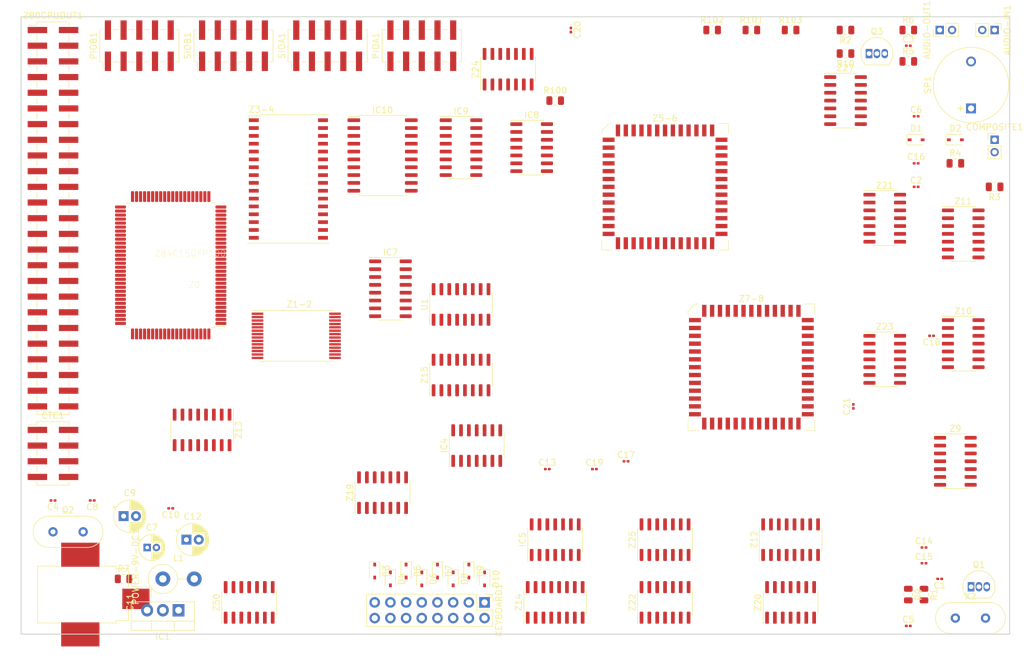
<source format=kicad_pcb>
(kicad_pcb (version 20171130) (host pcbnew "(5.1.2)-1")
  (layers (0 Top signal) (31 Bottom signal) (34 B.Paste user) (35 F.Paste user) (36 B.SilkS user) (37 F.SilkS user) (38 B.Mask user) (39 F.Mask user) (44 Edge.Cuts user))
  (net 0 "")
  (net 1 GND)
  (net 2 /A10)
  (net 3 /A9)
  (net 4 /A8)
  (net 5 /A7)
  (net 6 /A6)
  (net 7 /A5)
  (net 8 /A4)
  (net 9 /A3)
  (net 10 /A2)
  (net 11 /A1)
  (net 12 /A0)
  (net 13 //REFSH)
  (net 14 //M1)
  (net 15 //BUSRQ)
  (net 16 //WAIT)
  (net 17 //BUSAK)
  (net 18 //WR)
  (net 19 //RD)
  (net 20 //IOREQ)
  (net 21 //MREQ)
  (net 22 //HALT)
  (net 23 //INT)
  (net 24 /DA1)
  (net 25 /DA0)
  (net 26 /DA7)
  (net 27 /DA2)
  (net 28 /DA6)
  (net 29 /DA5)
  (net 30 /A15)
  (net 31 /A14)
  (net 32 /A13)
  (net 33 /DA3)
  (net 34 /DA4)
  (net 35 /A12)
  (net 36 /A11)
  (net 37 /VIDEN)
  (net 38 "Net-(Z13-Pad13)")
  (net 39 "Net-(Z13-Pad12)")
  (net 40 "Net-(Z13-Pad11)")
  (net 41 "Net-(Z13-Pad10)")
  (net 42 "Net-(Z13-Pad9)")
  (net 43 "Net-(R2-Pad2)")
  (net 44 "Net-(Z24-Pad10)")
  (net 45 "Net-(Z24-Pad1)")
  (net 46 "Net-(Z22-Pad12)")
  (net 47 "Net-(Z22-Pad9)")
  (net 48 /CNT0)
  (net 49 /CNT1)
  (net 50 /CNT2)
  (net 51 "Net-(Z22-Pad8)")
  (net 52 "Net-(Z22-Pad2)")
  (net 53 "Net-(Z20-Pad5)")
  (net 54 "Net-(C3-Pad2)")
  (net 55 "Net-(Z20-Pad11)")
  (net 56 "Net-(Z11-Pad12)")
  (net 57 "Net-(Z20-Pad8)")
  (net 58 "Net-(Z20-Pad1)")
  (net 59 "Net-(Z10-Pad2)")
  (net 60 "Net-(Z12-Pad13)")
  (net 61 "Net-(Z23-Pad12)")
  (net 62 "Net-(R3-Pad2)")
  (net 63 "Net-(C5-Pad2)")
  (net 64 "Net-(R10-Pad2)")
  (net 65 "Net-(Z27-Pad6)")
  (net 66 "Net-(Z27-Pad8)")
  (net 67 "Net-(Z9-Pad10)")
  (net 68 "Net-(Z9-Pad9)")
  (net 69 "Net-(Z9-Pad8)")
  (net 70 "Net-(Z10-Pad8)")
  (net 71 "Net-(Z11-Pad9)")
  (net 72 "Net-(Z11-Pad8)")
  (net 73 "Net-(C4-Pad2)")
  (net 74 "Net-(Q3-Pad2)")
  (net 75 "Net-(C5-Pad1)")
  (net 76 "Net-(IC4-Pad6)")
  (net 77 "Net-(Z1-2-Pad1)")
  (net 78 "Net-(AUDIO-IN1-Pad1)")
  (net 79 "Net-(D3-Pad2)")
  (net 80 "Net-(D4-Pad2)")
  (net 81 "Net-(D5-Pad2)")
  (net 82 "Net-(D6-Pad2)")
  (net 83 "Net-(D7-Pad2)")
  (net 84 "Net-(D8-Pad2)")
  (net 85 "Net-(D9-Pad2)")
  (net 86 "Net-(D10-Pad2)")
  (net 87 "Net-(D1-Pad1)")
  (net 88 "Net-(KEYBOARD1-Pad6)")
  (net 89 "Net-(KEYBOARD1-Pad10)")
  (net 90 "Net-(KEYBOARD1-Pad4)")
  (net 91 "Net-(KEYBOARD1-Pad8)")
  (net 92 "Net-(KEYBOARD1-Pad2)")
  (net 93 "Net-(KEYBOARD1-Pad16)")
  (net 94 "Net-(KEYBOARD1-Pad14)")
  (net 95 "Net-(KEYBOARD1-Pad12)")
  (net 96 "Net-(Z80CPUOUT1-Pad50)")
  (net 97 "Net-(Z80CPUOUT1-Pad49)")
  (net 98 "Net-(Z80CPUOUT1-Pad48)")
  (net 99 "Net-(Z80CPUOUT1-Pad47)")
  (net 100 "Net-(Z80CPUOUT1-Pad46)")
  (net 101 "Net-(Z80CPUOUT1-Pad45)")
  (net 102 "Net-(IC4-Pad2)")
  (net 103 "Net-(IC4-Pad11)")
  (net 104 "Net-(IC4-Pad10)")
  (net 105 "Net-(IC4-Pad9)")
  (net 106 "Net-(Z19-Pad5)")
  (net 107 "Net-(Z19-Pad3)")
  (net 108 "Net-(Z23-Pad6)")
  (net 109 "Net-(Z23-Pad5)")
  (net 110 "Net-(Z23-Pad4)")
  (net 111 "#RESET")
  (net 112 +9V)
  (net 113 "#NMI")
  (net 114 "Net-(COMPOSITE1-Pad1)")
  (net 115 "#CPUCLK")
  (net 116 "Net-(Z1-2-Pad20)")
  (net 117 "Net-(C1-Pad1)")
  (net 118 "Net-(C2-Pad2)")
  (net 119 "Net-(C6-Pad2)")
  (net 120 "Net-(D2-Pad1)")
  (net 121 "Net-(U1-Pad15)")
  (net 122 "Net-(U1-Pad7)")
  (net 123 "Net-(U1-Pad14)")
  (net 124 "Net-(U1-Pad13)")
  (net 125 "Net-(U1-Pad12)")
  (net 126 "Net-(U1-Pad4)")
  (net 127 "Net-(U1-Pad11)")
  (net 128 "Net-(U1-Pad10)")
  (net 129 "Net-(U1-Pad9)")
  (net 130 /SCREENX0)
  (net 131 /SCREENX1)
  (net 132 "#VIDEOCLK")
  (net 133 /EOL)
  (net 134 /SCREENX4)
  (net 135 /FONTCHAR0)
  (net 136 /SCREENX3)
  (net 137 /FONTCHAR1)
  (net 138 /SCREENX2)
  (net 139 /FONTCHAR2)
  (net 140 /SCREENY3)
  (net 141 /SCREENY2)
  (net 142 /SCREENY4)
  (net 143 /SCREENY1)
  (net 144 /ENDOFSCR)
  (net 145 /SCREENY0)
  (net 146 "Net-(Z12-Pad5)")
  (net 147 "Net-(Z12-Pad12)")
  (net 148 "Net-(Z12-Pad4)")
  (net 149 "Net-(Z12-Pad11)")
  (net 150 "Net-(Z12-Pad3)")
  (net 151 "Net-(Z12-Pad10)")
  (net 152 "Net-(Z12-Pad2)")
  (net 153 "Net-(Z12-Pad1)")
  (net 154 "Net-(Z13-Pad15)")
  (net 155 /INVERTCHAR)
  (net 156 /SH#LD)
  (net 157 "Net-(Z5-6-Pad25)")
  (net 158 "Net-(IC4-Pad4)")
  (net 159 /#PAGED8K)
  (net 160 "Net-(IC5-Pad2)")
  (net 161 /IOREQ&11111110B)
  (net 162 /IOREQ&11111111B)
  (net 163 /MA15)
  (net 164 "Net-(IC10-Pad15)")
  (net 165 "Net-(IC10-Pad6)")
  (net 166 /MA18)
  (net 167 /MA14)
  (net 168 "Net-(IC10-Pad12)")
  (net 169 "Net-(IC10-Pad5)")
  (net 170 /MA17)
  (net 171 /MA13)
  (net 172 "Net-(IC10-Pad9)")
  (net 173 "Net-(IC10-Pad2)")
  (net 174 /MA16)
  (net 175 "Net-(IC10-Pad19)")
  (net 176 "Net-(IC10-Pad16)")
  (net 177 "Net-(Z14-Pad14)")
  (net 178 "Net-(Z15-Pad7)")
  (net 179 "Net-(Z15-Pad6)")
  (net 180 "Net-(Z15-Pad5)")
  (net 181 "Net-(Z15-Pad4)")
  (net 182 "Net-(Z15-Pad11)")
  (net 183 "Net-(Z15-Pad3)")
  (net 184 "Net-(Z15-Pad10)")
  (net 185 "Net-(Z15-Pad2)")
  (net 186 "Net-(Z15-Pad9)")
  (net 187 "Net-(AUDIO-OUT1-Pad1)")
  (net 188 "Net-(R100-Pad2)")
  (net 189 "Net-(R101-Pad2)")
  (net 190 "Net-(R102-Pad2)")
  (net 191 "Net-(R103-Pad2)")
  (net 192 "Net-(C8-Pad2)")
  (net 193 +5V)
  (net 194 "Net-(CTC1-Pad8)")
  (net 195 "Net-(CTC1-Pad7)")
  (net 196 "Net-(CTC1-Pad6)")
  (net 197 "Net-(CTC1-Pad5)")
  (net 198 "Net-(CTC1-Pad4)")
  (net 199 "Net-(CTC1-Pad3)")
  (net 200 "Net-(CTC1-Pad2)")
  (net 201 "Net-(CTC1-Pad1)")
  (net 202 "Net-(PIOA1-Pad10)")
  (net 203 "Net-(PIOA1-Pad9)")
  (net 204 "Net-(PIOA1-Pad8)")
  (net 205 "Net-(PIOA1-Pad7)")
  (net 206 "Net-(PIOA1-Pad6)")
  (net 207 "Net-(PIOA1-Pad5)")
  (net 208 "Net-(PIOA1-Pad4)")
  (net 209 "Net-(PIOA1-Pad3)")
  (net 210 "Net-(PIOA1-Pad2)")
  (net 211 "Net-(PIOA1-Pad1)")
  (net 212 "Net-(PIOB1-Pad10)")
  (net 213 "Net-(PIOB1-Pad9)")
  (net 214 "Net-(PIOB1-Pad8)")
  (net 215 "Net-(PIOB1-Pad7)")
  (net 216 "Net-(PIOB1-Pad6)")
  (net 217 "Net-(PIOB1-Pad5)")
  (net 218 "Net-(PIOB1-Pad4)")
  (net 219 "Net-(PIOB1-Pad3)")
  (net 220 "Net-(PIOB1-Pad2)")
  (net 221 "Net-(PIOB1-Pad1)")
  (net 222 "Net-(Z0-Pad73)")
  (net 223 "Net-(Z0-Pad71)")
  (net 224 "Net-(Z0-Pad70)")
  (net 225 "Net-(Z0-Pad42)")
  (net 226 "Net-(Z0-Pad40)")
  (net 227 "Net-(Z27-Pad1)")
  (net 228 "Net-(SIOA1-Pad10)")
  (net 229 "Net-(SIOA1-Pad9)")
  (net 230 "Net-(SIOA1-Pad8)")
  (net 231 "Net-(SIOA1-Pad7)")
  (net 232 "Net-(SIOA1-Pad6)")
  (net 233 "Net-(SIOA1-Pad5)")
  (net 234 "Net-(SIOA1-Pad4)")
  (net 235 "Net-(SIOA1-Pad3)")
  (net 236 "Net-(SIOA1-Pad2)")
  (net 237 "Net-(SIOA1-Pad1)")
  (net 238 "Net-(SIOB1-Pad10)")
  (net 239 "Net-(SIOB1-Pad9)")
  (net 240 "Net-(SIOB1-Pad8)")
  (net 241 "Net-(SIOB1-Pad7)")
  (net 242 "Net-(SIOB1-Pad6)")
  (net 243 "Net-(SIOB1-Pad5)")
  (net 244 "Net-(SIOB1-Pad4)")
  (net 245 "Net-(SIOB1-Pad3)")
  (net 246 "Net-(SIOB1-Pad2)")
  (net 247 "Net-(SIOB1-Pad1)")
  (net 248 "Net-(Z5-6-Pad35)")
  (net 249 "Net-(Z5-6-Pad23)")
  (net 250 "Net-(Z5-6-Pad22)")
  (net 251 "Net-(Z5-6-Pad21)")
  (net 252 "Net-(Z5-6-Pad20)")
  (net 253 "Net-(Z5-6-Pad19)")
  (net 254 "Net-(Z5-6-Pad18)")
  (net 255 "Net-(Z5-6-Pad17)")
  (net 256 "Net-(Z5-6-Pad48)")
  (net 257 "Net-(Z5-6-Pad4)")
  (net 258 "Net-(Z7-8-Pad35)")
  (net 259 "Net-(Z7-8-Pad25)")
  (net 260 "Net-(Z7-8-Pad48)")
  (net 261 "Net-(Z7-8-Pad4)")
  (module Package_QFP:PQFP-100_14x20mm_P0.65mm (layer Top) (at 92.71 95.25 180)
    (fp_text reference Z0 (at -3.81 -3.175) (layer F.SilkS) (effects (font (thickness 0.05))))
    (fp_text value Z84C15QFP100 (at -3.175 1.905) (layer F.SilkS) (effects (font (thickness 0.05))))
    (pad 100 smd roundrect (at -6.175 -11.125 180) (size 0.5 1.75) (layers Top F.Paste F.Mask) (net 6 /A6))
    (pad 99 smd roundrect (at -5.525 -11.125 180) (size 0.5 1.75) (layers Top F.Paste F.Mask) (net 5 /A7))
    (pad 98 smd roundrect (at -4.875 -11.125 180) (size 0.5 1.75) (layers Top F.Paste F.Mask) (net 4 /A8))
    (pad 97 smd roundrect (at -4.225 -11.125 180) (size 0.5 1.75) (layers Top F.Paste F.Mask) (net 3 /A9))
    (pad 96 smd roundrect (at -3.575 -11.125 180) (size 0.5 1.75) (layers Top F.Paste F.Mask) (net 2 /A10))
    (pad 95 smd roundrect (at -2.925 -11.125 180) (size 0.5 1.75) (layers Top F.Paste F.Mask) (net 36 /A11))
    (pad 94 smd roundrect (at -2.275 -11.125 180) (size 0.5 1.75) (layers Top F.Paste F.Mask) (net 35 /A12))
    (pad 93 smd roundrect (at -1.625 -11.125 180) (size 0.5 1.75) (layers Top F.Paste F.Mask) (net 32 /A13))
    (pad 92 smd roundrect (at -0.975 -11.125 180) (size 0.5 1.75) (layers Top F.Paste F.Mask) (net 31 /A14))
    (pad 91 smd roundrect (at -0.325 -11.125 180) (size 0.5 1.75) (layers Top F.Paste F.Mask) (net 30 /A15))
    (pad 90 smd roundrect (at 0.325 -11.125 180) (size 0.5 1.75) (layers Top F.Paste F.Mask) (net 193 +5V))
    (pad 89 smd roundrect (at 0.975 -11.125 180) (size 0.5 1.75) (layers Top F.Paste F.Mask) (net 25 /DA0))
    (pad 88 smd roundrect (at 1.625 -11.125 180) (size 0.5 1.75) (layers Top F.Paste F.Mask) (net 24 /DA1))
    (pad 87 smd roundrect (at 2.275 -11.125 180) (size 0.5 1.75) (layers Top F.Paste F.Mask) (net 27 /DA2))
    (pad 86 smd roundrect (at 2.925 -11.125 180) (size 0.5 1.75) (layers Top F.Paste F.Mask) (net 33 /DA3))
    (pad 85 smd roundrect (at 3.575 -11.125 180) (size 0.5 1.75) (layers Top F.Paste F.Mask) (net 34 /DA4))
    (pad 84 smd roundrect (at 4.225 -11.125 180) (size 0.5 1.75) (layers Top F.Paste F.Mask) (net 29 /DA5))
    (pad 83 smd roundrect (at 4.875 -11.125 180) (size 0.5 1.75) (layers Top F.Paste F.Mask) (net 28 /DA6))
    (pad 82 smd roundrect (at 5.525 -11.125 180) (size 0.5 1.75) (layers Top F.Paste F.Mask) (net 26 /DA7))
    (pad 81 smd roundrect (at 6.175 -11.125 180) (size 0.5 1.75) (layers Top F.Paste F.Mask) (net 201 "Net-(CTC1-Pad1)"))
    (pad 80 smd roundrect (at 8.125 -9.425 180) (size 1.75 0.5) (layers Top F.Paste F.Mask) (net 200 "Net-(CTC1-Pad2)"))
    (pad 79 smd roundrect (at 8.125 -8.775 180) (size 1.75 0.5) (layers Top F.Paste F.Mask) (net 199 "Net-(CTC1-Pad3)"))
    (pad 78 smd roundrect (at 8.125 -8.125 180) (size 1.75 0.5) (layers Top F.Paste F.Mask) (net 198 "Net-(CTC1-Pad4)"))
    (pad 77 smd roundrect (at 8.125 -7.475 180) (size 1.75 0.5) (layers Top F.Paste F.Mask) (net 197 "Net-(CTC1-Pad5)"))
    (pad 76 smd roundrect (at 8.125 -6.825 180) (size 1.75 0.5) (layers Top F.Paste F.Mask) (net 196 "Net-(CTC1-Pad6)"))
    (pad 75 smd roundrect (at 8.125 -6.175 180) (size 1.75 0.5) (layers Top F.Paste F.Mask) (net 195 "Net-(CTC1-Pad7)"))
    (pad 74 smd roundrect (at 8.125 -5.525 180) (size 1.75 0.5) (layers Top F.Paste F.Mask) (net 194 "Net-(CTC1-Pad8)"))
    (pad 73 smd roundrect (at 8.125 -4.875 180) (size 1.75 0.5) (layers Top F.Paste F.Mask) (net 222 "Net-(Z0-Pad73)"))
    (pad 72 smd roundrect (at 8.125 -4.225 180) (size 1.75 0.5) (layers Top F.Paste F.Mask) (net 193 +5V))
    (pad 71 smd roundrect (at 8.125 -3.575 180) (size 1.75 0.5) (layers Top F.Paste F.Mask) (net 223 "Net-(Z0-Pad71)"))
    (pad 70 smd roundrect (at 8.125 -2.925 180) (size 1.75 0.5) (layers Top F.Paste F.Mask) (net 224 "Net-(Z0-Pad70)"))
    (pad 69 smd roundrect (at 8.125 -2.275 180) (size 1.75 0.5) (layers Top F.Paste F.Mask) (net 115 "#CPUCLK"))
    (pad 68 smd roundrect (at 8.125 -1.625 180) (size 1.75 0.5) (layers Top F.Paste F.Mask) (net 115 "#CPUCLK"))
    (pad 67 smd roundrect (at 8.125 -0.975 180) (size 1.75 0.5) (layers Top F.Paste F.Mask) (net 1 GND))
    (pad 66 smd roundrect (at 8.125 -0.325 180) (size 1.75 0.5) (layers Top F.Paste F.Mask) (net 73 "Net-(C4-Pad2)"))
    (pad 65 smd roundrect (at 8.125 0.325 180) (size 1.75 0.5) (layers Top F.Paste F.Mask) (net 192 "Net-(C8-Pad2)"))
    (pad 64 smd roundrect (at 8.125 0.975 180) (size 1.75 0.5) (layers Top F.Paste F.Mask) (net 1 GND))
    (pad 63 smd roundrect (at 8.125 1.625 180) (size 1.75 0.5) (layers Top F.Paste F.Mask) (net 113 "#NMI"))
    (pad 62 smd roundrect (at 8.125 2.275 180) (size 1.75 0.5) (layers Top F.Paste F.Mask) (net 220 "Net-(PIOB1-Pad2)"))
    (pad 61 smd roundrect (at 8.125 2.925 180) (size 1.75 0.5) (layers Top F.Paste F.Mask) (net 221 "Net-(PIOB1-Pad1)"))
    (pad 60 smd roundrect (at 8.125 3.575 180) (size 1.75 0.5) (layers Top F.Paste F.Mask) (net 219 "Net-(PIOB1-Pad3)"))
    (pad 59 smd roundrect (at 8.125 4.225 180) (size 1.75 0.5) (layers Top F.Paste F.Mask) (net 218 "Net-(PIOB1-Pad4)"))
    (pad 58 smd roundrect (at 8.125 4.875 180) (size 1.75 0.5) (layers Top F.Paste F.Mask) (net 217 "Net-(PIOB1-Pad5)"))
    (pad 57 smd roundrect (at 8.125 5.525 180) (size 1.75 0.5) (layers Top F.Paste F.Mask) (net 216 "Net-(PIOB1-Pad6)"))
    (pad 56 smd roundrect (at 8.125 6.175 180) (size 1.75 0.5) (layers Top F.Paste F.Mask) (net 215 "Net-(PIOB1-Pad7)"))
    (pad 55 smd roundrect (at 8.125 6.825 180) (size 1.75 0.5) (layers Top F.Paste F.Mask) (net 214 "Net-(PIOB1-Pad8)"))
    (pad 54 smd roundrect (at 8.125 7.475 180) (size 1.75 0.5) (layers Top F.Paste F.Mask) (net 213 "Net-(PIOB1-Pad9)"))
    (pad 53 smd roundrect (at 8.125 8.125 180) (size 1.75 0.5) (layers Top F.Paste F.Mask) (net 212 "Net-(PIOB1-Pad10)"))
    (pad 52 smd roundrect (at 8.125 8.775 180) (size 1.75 0.5) (layers Top F.Paste F.Mask) (net 245 "Net-(SIOB1-Pad3)"))
    (pad 51 smd roundrect (at 8.125 9.425 180) (size 1.75 0.5) (layers Top F.Paste F.Mask) (net 244 "Net-(SIOB1-Pad4)"))
    (pad 50 smd roundrect (at 6.175 11.125 180) (size 0.5 1.75) (layers Top F.Paste F.Mask) (net 239 "Net-(SIOB1-Pad9)"))
    (pad 49 smd roundrect (at 5.525 11.125 180) (size 0.5 1.75) (layers Top F.Paste F.Mask) (net 246 "Net-(SIOB1-Pad2)"))
    (pad 48 smd roundrect (at 4.875 11.125 180) (size 0.5 1.75) (layers Top F.Paste F.Mask) (net 247 "Net-(SIOB1-Pad1)"))
    (pad 47 smd roundrect (at 4.225 11.125 180) (size 0.5 1.75) (layers Top F.Paste F.Mask) (net 238 "Net-(SIOB1-Pad10)"))
    (pad 46 smd roundrect (at 3.575 11.125 180) (size 0.5 1.75) (layers Top F.Paste F.Mask) (net 242 "Net-(SIOB1-Pad6)"))
    (pad 45 smd roundrect (at 2.925 11.125 180) (size 0.5 1.75) (layers Top F.Paste F.Mask) (net 240 "Net-(SIOB1-Pad8)"))
    (pad 44 smd roundrect (at 2.275 11.125 180) (size 0.5 1.75) (layers Top F.Paste F.Mask) (net 241 "Net-(SIOB1-Pad7)"))
    (pad 43 smd roundrect (at 1.625 11.125 180) (size 0.5 1.75) (layers Top F.Paste F.Mask) (net 243 "Net-(SIOB1-Pad5)"))
    (pad 42 smd roundrect (at 0.975 11.125 180) (size 0.5 1.75) (layers Top F.Paste F.Mask) (net 225 "Net-(Z0-Pad42)"))
    (pad 41 smd roundrect (at 0.325 11.125 180) (size 0.5 1.75) (layers Top F.Paste F.Mask) (net 193 +5V))
    (pad 40 smd roundrect (at -0.325 11.125 180) (size 0.5 1.75) (layers Top F.Paste F.Mask) (net 226 "Net-(Z0-Pad40)"))
    (pad 39 smd roundrect (at -0.975 11.125 180) (size 0.5 1.75) (layers Top F.Paste F.Mask) (net 233 "Net-(SIOA1-Pad5)"))
    (pad 38 smd roundrect (at -1.625 11.125 180) (size 0.5 1.75) (layers Top F.Paste F.Mask) (net 231 "Net-(SIOA1-Pad7)"))
    (pad 37 smd roundrect (at -2.275 11.125 180) (size 0.5 1.75) (layers Top F.Paste F.Mask) (net 230 "Net-(SIOA1-Pad8)"))
    (pad 36 smd roundrect (at -2.925 11.125 180) (size 0.5 1.75) (layers Top F.Paste F.Mask) (net 232 "Net-(SIOA1-Pad6)"))
    (pad 35 smd roundrect (at -3.575 11.125 180) (size 0.5 1.75) (layers Top F.Paste F.Mask) (net 228 "Net-(SIOA1-Pad10)"))
    (pad 34 smd roundrect (at -4.225 11.125 180) (size 0.5 1.75) (layers Top F.Paste F.Mask) (net 237 "Net-(SIOA1-Pad1)"))
    (pad 33 smd roundrect (at -4.875 11.125 180) (size 0.5 1.75) (layers Top F.Paste F.Mask) (net 236 "Net-(SIOA1-Pad2)"))
    (pad 32 smd roundrect (at -5.525 11.125 180) (size 0.5 1.75) (layers Top F.Paste F.Mask) (net 229 "Net-(SIOA1-Pad9)"))
    (pad 31 smd roundrect (at -6.175 11.125 180) (size 0.5 1.75) (layers Top F.Paste F.Mask) (net 234 "Net-(SIOA1-Pad4)"))
    (pad 30 smd roundrect (at -8.125 9.425 180) (size 1.75 0.5) (layers Top F.Paste F.Mask) (net 235 "Net-(SIOA1-Pad3)"))
    (pad 29 smd roundrect (at -8.125 8.775 180) (size 1.75 0.5) (layers Top F.Paste F.Mask) (net 202 "Net-(PIOA1-Pad10)"))
    (pad 28 smd roundrect (at -8.125 8.125 180) (size 1.75 0.5) (layers Top F.Paste F.Mask) (net 203 "Net-(PIOA1-Pad9)"))
    (pad 27 smd roundrect (at -8.125 7.475 180) (size 1.75 0.5) (layers Top F.Paste F.Mask) (net 204 "Net-(PIOA1-Pad8)"))
    (pad 26 smd roundrect (at -8.125 6.825 180) (size 1.75 0.5) (layers Top F.Paste F.Mask) (net 205 "Net-(PIOA1-Pad7)"))
    (pad 25 smd roundrect (at -8.125 6.175 180) (size 1.75 0.5) (layers Top F.Paste F.Mask) (net 206 "Net-(PIOA1-Pad6)"))
    (pad 24 smd roundrect (at -8.125 5.525 180) (size 1.75 0.5) (layers Top F.Paste F.Mask) (net 207 "Net-(PIOA1-Pad5)"))
    (pad 23 smd roundrect (at -8.125 4.875 180) (size 1.75 0.5) (layers Top F.Paste F.Mask) (net 208 "Net-(PIOA1-Pad4)"))
    (pad 22 smd roundrect (at -8.125 4.225 180) (size 1.75 0.5) (layers Top F.Paste F.Mask) (net 209 "Net-(PIOA1-Pad3)"))
    (pad 21 smd roundrect (at -8.125 3.575 180) (size 1.75 0.5) (layers Top F.Paste F.Mask) (net 211 "Net-(PIOA1-Pad1)"))
    (pad 20 smd roundrect (at -8.125 2.925 180) (size 1.75 0.5) (layers Top F.Paste F.Mask) (net 210 "Net-(PIOA1-Pad2)"))
    (pad 19 smd roundrect (at -8.125 2.275 180) (size 1.75 0.5) (layers Top F.Paste F.Mask) (net 23 //INT))
    (pad 18 smd roundrect (at -8.125 1.625 180) (size 1.75 0.5) (layers Top F.Paste F.Mask) (net 22 //HALT))
    (pad 17 smd roundrect (at -8.125 0.975 180) (size 1.75 0.5) (layers Top F.Paste F.Mask) (net 21 //MREQ))
    (pad 16 smd roundrect (at -8.125 0.325 180) (size 1.75 0.5) (layers Top F.Paste F.Mask) (net 1 GND))
    (pad 15 smd roundrect (at -8.125 -0.325 180) (size 1.75 0.5) (layers Top F.Paste F.Mask) (net 20 //IOREQ))
    (pad 14 smd roundrect (at -8.125 -0.975 180) (size 1.75 0.5) (layers Top F.Paste F.Mask) (net 19 //RD))
    (pad 13 smd roundrect (at -8.125 -1.625 180) (size 1.75 0.5) (layers Top F.Paste F.Mask) (net 18 //WR))
    (pad 12 smd roundrect (at -8.125 -2.275 180) (size 1.75 0.5) (layers Top F.Paste F.Mask) (net 17 //BUSAK))
    (pad 11 smd roundrect (at -8.125 -2.925 180) (size 1.75 0.5) (layers Top F.Paste F.Mask) (net 16 //WAIT))
    (pad 10 smd roundrect (at -8.125 -3.575 180) (size 1.75 0.5) (layers Top F.Paste F.Mask) (net 15 //BUSRQ))
    (pad 9 smd roundrect (at -8.125 -4.225 180) (size 1.75 0.5) (layers Top F.Paste F.Mask) (net 111 "#RESET"))
    (pad 8 smd roundrect (at -8.125 -4.875 180) (size 1.75 0.5) (layers Top F.Paste F.Mask) (net 14 //M1))
    (pad 7 smd roundrect (at -8.125 -5.525 180) (size 1.75 0.5) (layers Top F.Paste F.Mask) (net 13 //REFSH))
    (pad 6 smd roundrect (at -8.125 -6.175 180) (size 1.75 0.5) (layers Top F.Paste F.Mask) (net 12 /A0))
    (pad 5 smd roundrect (at -8.125 -6.825 180) (size 1.75 0.5) (layers Top F.Paste F.Mask) (net 11 /A1))
    (pad 4 smd roundrect (at -8.125 -7.475 180) (size 1.75 0.5) (layers Top F.Paste F.Mask) (net 10 /A2))
    (pad 3 smd roundrect (at -8.125 -8.125 180) (size 1.75 0.5) (layers Top F.Paste F.Mask) (net 9 /A3))
    (pad 2 smd roundrect (at -8.125 -8.775 180) (size 1.75 0.5) (layers Top F.Paste F.Mask) (net 8 /A4))
    (pad 1 smd roundrect (at -8.125 -9.425 180) (size 1.75 0.5) (layers Top F.Paste F.Mask) (net 7 /A5))
  )
  (module Capacitor_SMD:C_0201_0603Metric (layer Top) (at 203.2 118.11 90)
    (fp_text reference C21 (at 0 -1.05 90) (layer F.SilkS))
    (fp_text value 100nf)
    (pad 2 smd roundrect (at 0.32 0 90) (size 0.46 0.4) (layers Top F.Mask) (net 1 GND))
    (pad 1 smd roundrect (at -0.32 0 90) (size 0.46 0.4) (layers Top F.Mask) (net 193 +5V))
  )
  (module Capacitor_SMD:C_0201_0603Metric (layer Top) (at 157.48 57.15 270)
    (fp_text reference C20 (at 0 -1.05 90) (layer F.SilkS))
    (fp_text value 100nf)
    (pad 2 smd roundrect (at 0.32 0 270) (size 0.46 0.4) (layers Top F.Mask) (net 1 GND))
    (pad 1 smd roundrect (at -0.32 0 270) (size 0.46 0.4) (layers Top F.Mask) (net 193 +5V))
  )
  (module Capacitor_SMD:C_0201_0603Metric (layer Top) (at 161.29 128.27)
    (fp_text reference C19 (at 0 -1.05) (layer F.SilkS))
    (fp_text value 100nf)
    (pad 2 smd roundrect (at 0.32 0) (size 0.46 0.4) (layers Top F.Mask) (net 1 GND))
    (pad 1 smd roundrect (at -0.32 0) (size 0.46 0.4) (layers Top F.Mask) (net 193 +5V))
  )
  (module Capacitor_SMD:C_0201_0603Metric (layer Top) (at 215.86 106.68 180)
    (fp_text reference C18 (at 0 -1.05) (layer F.SilkS))
    (fp_text value 100nf)
    (pad 2 smd roundrect (at 0.32 0 180) (size 0.46 0.4) (layers Top F.Mask) (net 1 GND))
    (pad 1 smd roundrect (at -0.32 0 180) (size 0.46 0.4) (layers Top F.Mask) (net 193 +5V))
  )
  (module Capacitor_SMD:C_0201_0603Metric (layer Top) (at 166.41 127)
    (fp_text reference C17 (at 0 -1.05) (layer F.SilkS))
    (fp_text value 100nf)
    (pad 2 smd roundrect (at 0.32 0) (size 0.46 0.4) (layers Top F.Mask) (net 1 GND))
    (pad 1 smd roundrect (at -0.32 0) (size 0.46 0.4) (layers Top F.Mask) (net 193 +5V))
  )
  (module Capacitor_SMD:C_0201_0603Metric (layer Top) (at 213.36 78.74)
    (fp_text reference C16 (at 0 -1.05) (layer F.SilkS))
    (fp_text value 100nf)
    (pad 2 smd roundrect (at 0.32 0) (size 0.46 0.4) (layers Top F.Mask) (net 1 GND))
    (pad 1 smd roundrect (at -0.32 0) (size 0.46 0.4) (layers Top F.Mask) (net 193 +5V))
  )
  (module Capacitor_SMD:C_0201_0603Metric (layer Top) (at 214.63 143.51)
    (fp_text reference C15 (at 0 -1.05) (layer F.SilkS))
    (fp_text value 100nf)
    (pad 2 smd roundrect (at 0.32 0) (size 0.46 0.4) (layers Top F.Mask) (net 1 GND))
    (pad 1 smd roundrect (at -0.32 0) (size 0.46 0.4) (layers Top F.Mask) (net 193 +5V))
  )
  (module Capacitor_SMD:C_0201_0603Metric (layer Top) (at 214.63 140.97)
    (fp_text reference C14 (at 0 -1.05) (layer F.SilkS))
    (fp_text value 100nf)
    (pad 2 smd roundrect (at 0.32 0) (size 0.46 0.4) (layers Top F.Mask) (net 1 GND))
    (pad 1 smd roundrect (at -0.32 0) (size 0.46 0.4) (layers Top F.Mask) (net 193 +5V))
  )
  (module Capacitor_SMD:C_0201_0603Metric (layer Top) (at 153.67 128.27)
    (fp_text reference C13 (at 0 -1.05) (layer F.SilkS))
    (fp_text value 100nf)
    (pad 2 smd roundrect (at 0.32 0) (size 0.46 0.4) (layers Top F.Mask) (net 1 GND))
    (pad 1 smd roundrect (at -0.32 0) (size 0.46 0.4) (layers Top F.Mask) (net 193 +5V))
  )
  (module Capacitor_SMD:C_0201_0603Metric (layer Top) (at 85.09 149.86 270)
    (fp_text reference C11 (at 0 -1.05 90) (layer F.SilkS))
    (fp_text value 100nf)
    (pad 2 smd roundrect (at 0.32 0 270) (size 0.46 0.4) (layers Top F.Mask) (net 1 GND))
    (pad 1 smd roundrect (at -0.32 0 270) (size 0.46 0.4) (layers Top F.Mask) (net 112 +9V))
  )
  (module Capacitor_SMD:C_0201_0603Metric (layer Top) (at 92.71 134.62 180)
    (fp_text reference C10 (at 0 -1.05) (layer F.SilkS))
    (fp_text value 100nf)
    (pad 2 smd roundrect (at 0.32 0 180) (size 0.46 0.4) (layers Top F.Mask) (net 1 GND))
    (pad 1 smd roundrect (at -0.32 0 180) (size 0.46 0.4) (layers Top F.Mask) (net 112 +9V))
  )
  (module Capacitor_SMD:C_0201_0603Metric (layer Top) (at 80.01 133.35 180)
    (fp_text reference C8 (at 0 -1.05) (layer F.SilkS))
    (fp_text value 42p)
    (pad 2 smd roundrect (at 0.32 0 180) (size 0.46 0.4) (layers Top F.Mask) (net 192 "Net-(C8-Pad2)"))
    (pad 1 smd roundrect (at -0.32 0 180) (size 0.46 0.4) (layers Top F.Mask) (net 1 GND))
  )
  (module Capacitor_SMD:C_0201_0603Metric (layer Top) (at 213.36 71.12)
    (fp_text reference C6 (at 0 -1.05) (layer F.SilkS))
    (fp_text value 47nF)
    (pad 2 smd roundrect (at 0.32 0) (size 0.46 0.4) (layers Top F.Mask) (net 119 "Net-(C6-Pad2)"))
    (pad 1 smd roundrect (at -0.32 0) (size 0.46 0.4) (layers Top F.Mask) (net 78 "Net-(AUDIO-IN1-Pad1)"))
  )
  (module Capacitor_SMD:C_0201_0603Metric (layer Top) (at 212.09 153.67)
    (fp_text reference C5 (at 0 -1.05) (layer F.SilkS))
    (fp_text value 47nF)
    (pad 2 smd roundrect (at 0.32 0) (size 0.46 0.4) (layers Top F.Mask) (net 63 "Net-(C5-Pad2)"))
    (pad 1 smd roundrect (at -0.32 0) (size 0.46 0.4) (layers Top F.Mask) (net 75 "Net-(C5-Pad1)"))
  )
  (module Capacitor_SMD:C_0201_0603Metric (layer Top) (at 73.66 133.35 180)
    (fp_text reference C4 (at 0 -1.05) (layer F.SilkS))
    (fp_text value 22p)
    (pad 2 smd roundrect (at 0.32 0 180) (size 0.46 0.4) (layers Top F.Mask) (net 73 "Net-(C4-Pad2)"))
    (pad 1 smd roundrect (at -0.32 0 180) (size 0.46 0.4) (layers Top F.Mask) (net 1 GND))
  )
  (module Capacitor_SMD:C_0201_0603Metric (layer Top) (at 212.09 59.69)
    (fp_text reference C3 (at 0 -1.05) (layer F.SilkS))
    (fp_text value 47nF)
    (pad 2 smd roundrect (at 0.32 0) (size 0.46 0.4) (layers Top F.Mask) (net 54 "Net-(C3-Pad2)"))
    (pad 1 smd roundrect (at -0.32 0) (size 0.46 0.4) (layers Top F.Mask) (net 187 "Net-(AUDIO-OUT1-Pad1)"))
  )
  (module Capacitor_SMD:C_0201_0603Metric (layer Top) (at 213.36 82.55)
    (fp_text reference C2 (at 0 -1.05) (layer F.SilkS))
    (fp_text value 47nF)
    (pad 2 smd roundrect (at 0.32 0) (size 0.46 0.4) (layers Top F.Mask) (net 118 "Net-(C2-Pad2)"))
    (pad 1 smd roundrect (at -0.32 0) (size 0.46 0.4) (layers Top F.Mask) (net 78 "Net-(AUDIO-IN1-Pad1)"))
  )
  (module Capacitor_SMD:C_0201_0603Metric (layer Top) (at 217.17 146.05 180)
    (fp_text reference C1 (at 0 -1.05) (layer F.SilkS))
    (fp_text value 47nF)
    (pad 2 smd roundrect (at 0.32 0 180) (size 0.46 0.4) (layers Top F.Mask) (net 1 GND))
    (pad 1 smd roundrect (at -0.32 0 180) (size 0.46 0.4) (layers Top F.Mask) (net 117 "Net-(C1-Pad1)"))
  )
  (module Resistor_SMD:R_0805_2012Metric (layer Top) (at 193.04 57.15)
    (fp_text reference R103 (at 0 -1.65) (layer F.SilkS))
    (fp_text value R)
    (pad 2 smd roundrect (at 0.9375 0) (size 0.975 1.4) (layers Top F.Paste F.Mask) (net 191 "Net-(R103-Pad2)"))
    (pad 1 smd roundrect (at -0.9375 0) (size 0.975 1.4) (layers Top F.Paste F.Mask) (net 193 +5V))
  )
  (module Resistor_SMD:R_0805_2012Metric (layer Top) (at 180.34 57.15)
    (fp_text reference R102 (at 0 -1.65) (layer F.SilkS))
    (fp_text value R)
    (pad 2 smd roundrect (at 0.9375 0) (size 0.975 1.4) (layers Top F.Paste F.Mask) (net 190 "Net-(R102-Pad2)"))
    (pad 1 smd roundrect (at -0.9375 0) (size 0.975 1.4) (layers Top F.Paste F.Mask) (net 193 +5V))
  )
  (module Resistor_SMD:R_0805_2012Metric (layer Top) (at 186.69 57.15)
    (fp_text reference R101 (at 0 -1.65) (layer F.SilkS))
    (fp_text value R)
    (pad 2 smd roundrect (at 0.9375 0) (size 0.975 1.4) (layers Top F.Paste F.Mask) (net 189 "Net-(R101-Pad2)"))
    (pad 1 smd roundrect (at -0.9375 0) (size 0.975 1.4) (layers Top F.Paste F.Mask) (net 193 +5V))
  )
  (module Resistor_SMD:R_0805_2012Metric (layer Top) (at 154.94 68.58)
    (fp_text reference R100 (at 0 -1.65) (layer F.SilkS))
    (fp_text value R)
    (pad 2 smd roundrect (at 0.9375 0) (size 0.975 1.4) (layers Top F.Paste F.Mask) (net 188 "Net-(R100-Pad2)"))
    (pad 1 smd roundrect (at -0.9375 0) (size 0.975 1.4) (layers Top F.Paste F.Mask) (net 193 +5V))
  )
  (module Resistor_SMD:R_0805_2012Metric (layer Top) (at 201.93 60.96 180)
    (fp_text reference R10 (at 0 -1.65) (layer F.SilkS))
    (fp_text value 10k)
    (pad 2 smd roundrect (at 0.9375 0 180) (size 0.975 1.4) (layers Top F.Paste F.Mask) (net 64 "Net-(R10-Pad2)"))
    (pad 1 smd roundrect (at -0.9375 0 180) (size 0.975 1.4) (layers Top F.Paste F.Mask) (net 119 "Net-(C6-Pad2)"))
  )
  (module Resistor_SMD:R_0805_2012Metric (layer Top) (at 212.09 148.59 270)
    (fp_text reference R9 (at 0 -1.65 90) (layer F.SilkS))
    (fp_text value 47k)
    (pad 2 smd roundrect (at 0.9375 0 270) (size 0.975 1.4) (layers Top F.Paste F.Mask) (net 75 "Net-(C5-Pad1)"))
    (pad 1 smd roundrect (at -0.9375 0 270) (size 0.975 1.4) (layers Top F.Paste F.Mask) (net 193 +5V))
  )
  (module Resistor_SMD:R_0805_2012Metric (layer Top) (at 85.09 146.05)
    (fp_text reference R7 (at 0 -1.65) (layer F.SilkS))
    (fp_text value 220k)
    (pad 2 smd roundrect (at 0.9375 0) (size 0.975 1.4) (layers Top F.Paste F.Mask) (net 111 "#RESET"))
    (pad 1 smd roundrect (at -0.9375 0) (size 0.975 1.4) (layers Top F.Paste F.Mask) (net 193 +5V))
  )
  (module Resistor_SMD:R_0805_2012Metric (layer Top) (at 212.09 57.15)
    (fp_text reference R6 (at 0 -1.65) (layer F.SilkS))
    (fp_text value 1K)
    (pad 2 smd roundrect (at 0.9375 0) (size 0.975 1.4) (layers Top F.Paste F.Mask) (net 187 "Net-(AUDIO-OUT1-Pad1)"))
    (pad 1 smd roundrect (at -0.9375 0) (size 0.975 1.4) (layers Top F.Paste F.Mask) (net 1 GND))
  )
  (module Resistor_SMD:R_0805_2012Metric (layer Top) (at 212.09 62.23)
    (fp_text reference R5 (at 0 -1.65) (layer F.SilkS))
    (fp_text value 12k)
    (pad 2 smd roundrect (at 0.9375 0) (size 0.975 1.4) (layers Top F.Paste F.Mask) (net 54 "Net-(C3-Pad2)"))
    (pad 1 smd roundrect (at -0.9375 0) (size 0.975 1.4) (layers Top F.Paste F.Mask) (net 1 GND))
  )
  (module Resistor_SMD:R_0805_2012Metric (layer Top) (at 219.71 78.74)
    (fp_text reference R4 (at 0 -1.65) (layer F.SilkS))
    (fp_text value 1K5)
    (pad 2 smd roundrect (at 0.9375 0) (size 0.975 1.4) (layers Top F.Paste F.Mask) (net 193 +5V))
    (pad 1 smd roundrect (at -0.9375 0) (size 0.975 1.4) (layers Top F.Paste F.Mask) (net 114 "Net-(COMPOSITE1-Pad1)"))
  )
  (module Resistor_SMD:R_0805_2012Metric (layer Top) (at 226.06 82.55 180)
    (fp_text reference R3 (at 0 -1.65) (layer F.SilkS))
    (fp_text value 1K5)
    (pad 2 smd roundrect (at 0.9375 0 180) (size 0.975 1.4) (layers Top F.Paste F.Mask) (net 62 "Net-(R3-Pad2)"))
    (pad 1 smd roundrect (at -0.9375 0 180) (size 0.975 1.4) (layers Top F.Paste F.Mask) (net 114 "Net-(COMPOSITE1-Pad1)"))
  )
  (module Resistor_SMD:R_0805_2012Metric (layer Top) (at 201.93 57.15 180)
    (fp_text reference R2 (at 0 -1.65) (layer F.SilkS))
    (fp_text value 12k)
    (pad 2 smd roundrect (at 0.9375 0 180) (size 0.975 1.4) (layers Top F.Paste F.Mask) (net 43 "Net-(R2-Pad2)"))
    (pad 1 smd roundrect (at -0.9375 0 180) (size 0.975 1.4) (layers Top F.Paste F.Mask) (net 74 "Net-(Q3-Pad2)"))
  )
  (module Resistor_SMD:R_0805_2012Metric (layer Top) (at 214.63 148.59 270)
    (fp_text reference R1 (at 0 -1.65 90) (layer F.SilkS))
    (fp_text value 47k)
    (pad 2 smd roundrect (at 0.9375 0 270) (size 0.975 1.4) (layers Top F.Paste F.Mask) (net 75 "Net-(C5-Pad1)"))
    (pad 1 smd roundrect (at -0.9375 0 270) (size 0.975 1.4) (layers Top F.Paste F.Mask) (net 117 "Net-(C1-Pad1)"))
  )
  (module Diode_SMD:D_SOD-323 (layer Top) (at 143.51 146.05 270)
    (fp_text reference D10 (at 0 -1.85 90) (layer F.SilkS))
    (fp_text value 1N4148)
    (pad 2 smd rect (at 1.05 0 270) (size 0.6 0.45) (layers Top F.Paste F.Mask) (net 86 "Net-(D10-Pad2)"))
    (pad 1 smd rect (at -1.05 0 270) (size 0.6 0.45) (layers Top F.Paste F.Mask) (net 4 /A8))
  )
  (module Diode_SMD:D_SOD-323 (layer Top) (at 140.97 144.78 270)
    (fp_text reference D9 (at 0 -1.85 90) (layer F.SilkS))
    (fp_text value 1N4148)
    (pad 2 smd rect (at 1.05 0 270) (size 0.6 0.45) (layers Top F.Paste F.Mask) (net 85 "Net-(D9-Pad2)"))
    (pad 1 smd rect (at -1.05 0 270) (size 0.6 0.45) (layers Top F.Paste F.Mask) (net 3 /A9))
  )
  (module Diode_SMD:D_SOD-323 (layer Top) (at 138.43 146.05 270)
    (fp_text reference D8 (at 0 -1.85 90) (layer F.SilkS))
    (fp_text value 1N4148)
    (pad 2 smd rect (at 1.05 0 270) (size 0.6 0.45) (layers Top F.Paste F.Mask) (net 84 "Net-(D8-Pad2)"))
    (pad 1 smd rect (at -1.05 0 270) (size 0.6 0.45) (layers Top F.Paste F.Mask) (net 2 /A10))
  )
  (module Diode_SMD:D_SOD-323 (layer Top) (at 135.89 144.78 270)
    (fp_text reference D7 (at 0 -1.85 90) (layer F.SilkS))
    (fp_text value 1N4148)
    (pad 2 smd rect (at 1.05 0 270) (size 0.6 0.45) (layers Top F.Paste F.Mask) (net 83 "Net-(D7-Pad2)"))
    (pad 1 smd rect (at -1.05 0 270) (size 0.6 0.45) (layers Top F.Paste F.Mask) (net 36 /A11))
  )
  (module Diode_SMD:D_SOD-323 (layer Top) (at 133.35 146.05 270)
    (fp_text reference D6 (at 0 -1.85 90) (layer F.SilkS))
    (fp_text value 1N4148)
    (pad 2 smd rect (at 1.05 0 270) (size 0.6 0.45) (layers Top F.Paste F.Mask) (net 82 "Net-(D6-Pad2)"))
    (pad 1 smd rect (at -1.05 0 270) (size 0.6 0.45) (layers Top F.Paste F.Mask) (net 35 /A12))
  )
  (module Diode_SMD:D_SOD-323 (layer Top) (at 130.81 144.78 270)
    (fp_text reference D5 (at 0 -1.85 90) (layer F.SilkS))
    (fp_text value 1N4148)
    (pad 2 smd rect (at 1.05 0 270) (size 0.6 0.45) (layers Top F.Paste F.Mask) (net 81 "Net-(D5-Pad2)"))
    (pad 1 smd rect (at -1.05 0 270) (size 0.6 0.45) (layers Top F.Paste F.Mask) (net 32 /A13))
  )
  (module Diode_SMD:D_SOD-323 (layer Top) (at 128.27 146.05 270)
    (fp_text reference D4 (at 0 -1.85 90) (layer F.SilkS))
    (fp_text value 1N4148)
    (pad 2 smd rect (at 1.05 0 270) (size 0.6 0.45) (layers Top F.Paste F.Mask) (net 80 "Net-(D4-Pad2)"))
    (pad 1 smd rect (at -1.05 0 270) (size 0.6 0.45) (layers Top F.Paste F.Mask) (net 31 /A14))
  )
  (module Diode_SMD:D_SOD-323 (layer Top) (at 125.73 144.78 270)
    (fp_text reference D3 (at 0 -1.85 90) (layer F.SilkS))
    (fp_text value 1N4148)
    (pad 2 smd rect (at 1.05 0 270) (size 0.6 0.45) (layers Top F.Paste F.Mask) (net 79 "Net-(D3-Pad2)"))
    (pad 1 smd rect (at -1.05 0 270) (size 0.6 0.45) (layers Top F.Paste F.Mask) (net 30 /A15))
  )
  (module Diode_SMD:D_SOD-323 (layer Top) (at 219.71 74.93)
    (fp_text reference D2 (at 0 -1.85) (layer F.SilkS))
    (fp_text value 1N4148)
    (pad 2 smd rect (at 1.05 0) (size 0.6 0.45) (layers Top F.Paste F.Mask) (net 118 "Net-(C2-Pad2)"))
    (pad 1 smd rect (at -1.05 0) (size 0.6 0.45) (layers Top F.Paste F.Mask) (net 120 "Net-(D2-Pad1)"))
  )
  (module Diode_SMD:D_SOD-323 (layer Top) (at 213.36 74.93)
    (fp_text reference D1 (at 0 -1.85) (layer F.SilkS))
    (fp_text value 1N4148)
    (pad 2 smd rect (at 1.05 0) (size 0.6 0.45) (layers Top F.Paste F.Mask) (net 114 "Net-(COMPOSITE1-Pad1)"))
    (pad 1 smd rect (at -1.05 0) (size 0.6 0.45) (layers Top F.Paste F.Mask) (net 87 "Net-(D1-Pad1)"))
  )
  (module Connector_BarrelJack:BarrelJack_CUI_PJ-036AH-SMT_Horizontal (layer Top) (at 81.28 148.59 270)
    (fp_text reference POWER-9V-DC1 (at -4.5 -5.75 90) (layer F.SilkS))
    (fp_text value Conn_01x02)
    (pad "" np_thru_hole circle (at 0 7 270) (size 2 2) (drill 2) (layers *.Cu *.Mask))
    (pad 3 smd rect (at 6.45 3.2 270) (size 3.9 6.2) (layers Top F.Paste F.Mask))
    (pad 2 smd rect (at -6.45 3.2 270) (size 3.9 6.2) (layers Top F.Paste F.Mask) (net 1 GND))
    (pad 1 smd rect (at 0.7 -5.8 270) (size 3.3 4.4) (layers Top F.Paste F.Mask) (net 112 +9V))
  )
  (module Connector_PinHeader_2.54mm:PinHeader_2x05_P2.54mm_Vertical_SMD (layer Top) (at 102.87 59.69 90)
    (fp_text reference SIOB1 (at 0 -7.41 90) (layer F.SilkS))
    (fp_text value 2510-)
    (pad 10 smd rect (at 2.525 5.08 90) (size 3.15 1) (layers Top F.Paste F.Mask) (net 238 "Net-(SIOB1-Pad10)"))
    (pad 9 smd rect (at -2.525 5.08 90) (size 3.15 1) (layers Top F.Paste F.Mask) (net 239 "Net-(SIOB1-Pad9)"))
    (pad 8 smd rect (at 2.525 2.54 90) (size 3.15 1) (layers Top F.Paste F.Mask) (net 240 "Net-(SIOB1-Pad8)"))
    (pad 7 smd rect (at -2.525 2.54 90) (size 3.15 1) (layers Top F.Paste F.Mask) (net 241 "Net-(SIOB1-Pad7)"))
    (pad 6 smd rect (at 2.525 0 90) (size 3.15 1) (layers Top F.Paste F.Mask) (net 242 "Net-(SIOB1-Pad6)"))
    (pad 5 smd rect (at -2.525 0 90) (size 3.15 1) (layers Top F.Paste F.Mask) (net 243 "Net-(SIOB1-Pad5)"))
    (pad 4 smd rect (at 2.525 -2.54 90) (size 3.15 1) (layers Top F.Paste F.Mask) (net 244 "Net-(SIOB1-Pad4)"))
    (pad 3 smd rect (at -2.525 -2.54 90) (size 3.15 1) (layers Top F.Paste F.Mask) (net 245 "Net-(SIOB1-Pad3)"))
    (pad 2 smd rect (at 2.525 -5.08 90) (size 3.15 1) (layers Top F.Paste F.Mask) (net 246 "Net-(SIOB1-Pad2)"))
    (pad 1 smd rect (at -2.525 -5.08 90) (size 3.15 1) (layers Top F.Paste F.Mask) (net 247 "Net-(SIOB1-Pad1)"))
  )
  (module Connector_PinHeader_2.54mm:PinHeader_2x05_P2.54mm_Vertical_SMD (layer Top) (at 118.11 59.69 90)
    (fp_text reference SIOA1 (at 0 -7.41 90) (layer F.SilkS))
    (fp_text value 2510-)
    (pad 10 smd rect (at 2.525 5.08 90) (size 3.15 1) (layers Top F.Paste F.Mask) (net 228 "Net-(SIOA1-Pad10)"))
    (pad 9 smd rect (at -2.525 5.08 90) (size 3.15 1) (layers Top F.Paste F.Mask) (net 229 "Net-(SIOA1-Pad9)"))
    (pad 8 smd rect (at 2.525 2.54 90) (size 3.15 1) (layers Top F.Paste F.Mask) (net 230 "Net-(SIOA1-Pad8)"))
    (pad 7 smd rect (at -2.525 2.54 90) (size 3.15 1) (layers Top F.Paste F.Mask) (net 231 "Net-(SIOA1-Pad7)"))
    (pad 6 smd rect (at 2.525 0 90) (size 3.15 1) (layers Top F.Paste F.Mask) (net 232 "Net-(SIOA1-Pad6)"))
    (pad 5 smd rect (at -2.525 0 90) (size 3.15 1) (layers Top F.Paste F.Mask) (net 233 "Net-(SIOA1-Pad5)"))
    (pad 4 smd rect (at 2.525 -2.54 90) (size 3.15 1) (layers Top F.Paste F.Mask) (net 234 "Net-(SIOA1-Pad4)"))
    (pad 3 smd rect (at -2.525 -2.54 90) (size 3.15 1) (layers Top F.Paste F.Mask) (net 235 "Net-(SIOA1-Pad3)"))
    (pad 2 smd rect (at 2.525 -5.08 90) (size 3.15 1) (layers Top F.Paste F.Mask) (net 236 "Net-(SIOA1-Pad2)"))
    (pad 1 smd rect (at -2.525 -5.08 90) (size 3.15 1) (layers Top F.Paste F.Mask) (net 237 "Net-(SIOA1-Pad1)"))
  )
  (module Connector_PinHeader_2.54mm:PinHeader_2x25_P2.54mm_Vertical_SMD (layer Top) (at 73.66 87.63)
    (fp_text reference Z80CPUOUT1 (at 0 -32.81) (layer F.SilkS))
    (fp_text value Conn_02x25_Odd_Even)
    (pad 50 smd rect (at 2.525 30.48) (size 3.15 1) (layers Top F.Paste F.Mask) (net 96 "Net-(Z80CPUOUT1-Pad50)"))
    (pad 49 smd rect (at -2.525 30.48) (size 3.15 1) (layers Top F.Paste F.Mask) (net 97 "Net-(Z80CPUOUT1-Pad49)"))
    (pad 48 smd rect (at 2.525 27.94) (size 3.15 1) (layers Top F.Paste F.Mask) (net 98 "Net-(Z80CPUOUT1-Pad48)"))
    (pad 47 smd rect (at -2.525 27.94) (size 3.15 1) (layers Top F.Paste F.Mask) (net 99 "Net-(Z80CPUOUT1-Pad47)"))
    (pad 46 smd rect (at 2.525 25.4) (size 3.15 1) (layers Top F.Paste F.Mask) (net 100 "Net-(Z80CPUOUT1-Pad46)"))
    (pad 45 smd rect (at -2.525 25.4) (size 3.15 1) (layers Top F.Paste F.Mask) (net 101 "Net-(Z80CPUOUT1-Pad45)"))
    (pad 44 smd rect (at 2.525 22.86) (size 3.15 1) (layers Top F.Paste F.Mask) (net 1 GND))
    (pad 43 smd rect (at -2.525 22.86) (size 3.15 1) (layers Top F.Paste F.Mask) (net 1 GND))
    (pad 42 smd rect (at 2.525 20.32) (size 3.15 1) (layers Top F.Paste F.Mask) (net 23 //INT))
    (pad 41 smd rect (at -2.525 20.32) (size 3.15 1) (layers Top F.Paste F.Mask) (net 1 GND))
    (pad 40 smd rect (at 2.525 17.78) (size 3.15 1) (layers Top F.Paste F.Mask) (net 113 "#NMI"))
    (pad 39 smd rect (at -2.525 17.78) (size 3.15 1) (layers Top F.Paste F.Mask) (net 112 +9V))
    (pad 38 smd rect (at 2.525 15.24) (size 3.15 1) (layers Top F.Paste F.Mask) (net 22 //HALT))
    (pad 37 smd rect (at -2.525 15.24) (size 3.15 1) (layers Top F.Paste F.Mask) (net 193 +5V))
    (pad 36 smd rect (at 2.525 12.7) (size 3.15 1) (layers Top F.Paste F.Mask) (net 21 //MREQ))
    (pad 35 smd rect (at -2.525 12.7) (size 3.15 1) (layers Top F.Paste F.Mask) (net 115 "#CPUCLK"))
    (pad 34 smd rect (at 2.525 10.16) (size 3.15 1) (layers Top F.Paste F.Mask) (net 20 //IOREQ))
    (pad 33 smd rect (at -2.525 10.16) (size 3.15 1) (layers Top F.Paste F.Mask) (net 36 /A11))
    (pad 32 smd rect (at 2.525 7.62) (size 3.15 1) (layers Top F.Paste F.Mask) (net 19 //RD))
    (pad 31 smd rect (at -2.525 7.62) (size 3.15 1) (layers Top F.Paste F.Mask) (net 35 /A12))
    (pad 30 smd rect (at 2.525 5.08) (size 3.15 1) (layers Top F.Paste F.Mask) (net 18 //WR))
    (pad 29 smd rect (at -2.525 5.08) (size 3.15 1) (layers Top F.Paste F.Mask) (net 32 /A13))
    (pad 28 smd rect (at 2.525 2.54) (size 3.15 1) (layers Top F.Paste F.Mask) (net 17 //BUSAK))
    (pad 27 smd rect (at -2.525 2.54) (size 3.15 1) (layers Top F.Paste F.Mask) (net 31 /A14))
    (pad 26 smd rect (at 2.525 0) (size 3.15 1) (layers Top F.Paste F.Mask) (net 16 //WAIT))
    (pad 25 smd rect (at -2.525 0) (size 3.15 1) (layers Top F.Paste F.Mask) (net 30 /A15))
    (pad 24 smd rect (at 2.525 -2.54) (size 3.15 1) (layers Top F.Paste F.Mask) (net 15 //BUSRQ))
    (pad 23 smd rect (at -2.525 -2.54) (size 3.15 1) (layers Top F.Paste F.Mask) (net 34 /DA4))
    (pad 22 smd rect (at 2.525 -5.08) (size 3.15 1) (layers Top F.Paste F.Mask) (net 111 "#RESET"))
    (pad 21 smd rect (at -2.525 -5.08) (size 3.15 1) (layers Top F.Paste F.Mask) (net 33 /DA3))
    (pad 20 smd rect (at 2.525 -7.62) (size 3.15 1) (layers Top F.Paste F.Mask) (net 14 //M1))
    (pad 19 smd rect (at -2.525 -7.62) (size 3.15 1) (layers Top F.Paste F.Mask) (net 29 /DA5))
    (pad 18 smd rect (at 2.525 -10.16) (size 3.15 1) (layers Top F.Paste F.Mask) (net 13 //REFSH))
    (pad 17 smd rect (at -2.525 -10.16) (size 3.15 1) (layers Top F.Paste F.Mask) (net 10 /A2))
    (pad 16 smd rect (at 2.525 -12.7) (size 3.15 1) (layers Top F.Paste F.Mask) (net 6 /A6))
    (pad 15 smd rect (at -2.525 -12.7) (size 3.15 1) (layers Top F.Paste F.Mask) (net 2 /A10))
    (pad 14 smd rect (at 2.525 -15.24) (size 3.15 1) (layers Top F.Paste F.Mask) (net 7 /A5))
    (pad 13 smd rect (at -2.525 -15.24) (size 3.15 1) (layers Top F.Paste F.Mask) (net 3 /A9))
    (pad 12 smd rect (at 2.525 -17.78) (size 3.15 1) (layers Top F.Paste F.Mask) (net 8 /A4))
    (pad 11 smd rect (at -2.525 -17.78) (size 3.15 1) (layers Top F.Paste F.Mask) (net 4 /A8))
    (pad 10 smd rect (at 2.525 -20.32) (size 3.15 1) (layers Top F.Paste F.Mask) (net 9 /A3))
    (pad 9 smd rect (at -2.525 -20.32) (size 3.15 1) (layers Top F.Paste F.Mask) (net 5 /A7))
    (pad 8 smd rect (at 2.525 -22.86) (size 3.15 1) (layers Top F.Paste F.Mask) (net 11 /A1))
    (pad 7 smd rect (at -2.525 -22.86) (size 3.15 1) (layers Top F.Paste F.Mask) (net 12 /A0))
    (pad 6 smd rect (at 2.525 -25.4) (size 3.15 1) (layers Top F.Paste F.Mask) (net 25 /DA0))
    (pad 5 smd rect (at -2.525 -25.4) (size 3.15 1) (layers Top F.Paste F.Mask) (net 24 /DA1))
    (pad 4 smd rect (at 2.525 -27.94) (size 3.15 1) (layers Top F.Paste F.Mask) (net 27 /DA2))
    (pad 3 smd rect (at -2.525 -27.94) (size 3.15 1) (layers Top F.Paste F.Mask) (net 28 /DA6))
    (pad 2 smd rect (at 2.525 -30.48) (size 3.15 1) (layers Top F.Paste F.Mask) (net 26 /DA7))
    (pad 1 smd rect (at -2.525 -30.48) (size 3.15 1) (layers Top F.Paste F.Mask) (net 18 //WR))
  )
  (module Connector_PinHeader_2.54mm:PinHeader_2x05_P2.54mm_Vertical_SMD (layer Top) (at 87.63 59.69 90)
    (fp_text reference PIOB1 (at 0 -7.41 90) (layer F.SilkS))
    (fp_text value 2510-)
    (pad 10 smd rect (at 2.525 5.08 90) (size 3.15 1) (layers Top F.Paste F.Mask) (net 212 "Net-(PIOB1-Pad10)"))
    (pad 9 smd rect (at -2.525 5.08 90) (size 3.15 1) (layers Top F.Paste F.Mask) (net 213 "Net-(PIOB1-Pad9)"))
    (pad 8 smd rect (at 2.525 2.54 90) (size 3.15 1) (layers Top F.Paste F.Mask) (net 214 "Net-(PIOB1-Pad8)"))
    (pad 7 smd rect (at -2.525 2.54 90) (size 3.15 1) (layers Top F.Paste F.Mask) (net 215 "Net-(PIOB1-Pad7)"))
    (pad 6 smd rect (at 2.525 0 90) (size 3.15 1) (layers Top F.Paste F.Mask) (net 216 "Net-(PIOB1-Pad6)"))
    (pad 5 smd rect (at -2.525 0 90) (size 3.15 1) (layers Top F.Paste F.Mask) (net 217 "Net-(PIOB1-Pad5)"))
    (pad 4 smd rect (at 2.525 -2.54 90) (size 3.15 1) (layers Top F.Paste F.Mask) (net 218 "Net-(PIOB1-Pad4)"))
    (pad 3 smd rect (at -2.525 -2.54 90) (size 3.15 1) (layers Top F.Paste F.Mask) (net 219 "Net-(PIOB1-Pad3)"))
    (pad 2 smd rect (at 2.525 -5.08 90) (size 3.15 1) (layers Top F.Paste F.Mask) (net 220 "Net-(PIOB1-Pad2)"))
    (pad 1 smd rect (at -2.525 -5.08 90) (size 3.15 1) (layers Top F.Paste F.Mask) (net 221 "Net-(PIOB1-Pad1)"))
  )
  (module Connector_PinHeader_2.54mm:PinHeader_2x05_P2.54mm_Vertical_SMD (layer Top) (at 133.35 59.69 90)
    (fp_text reference PIOA1 (at 0 -7.41 90) (layer F.SilkS))
    (fp_text value 2510-)
    (pad 10 smd rect (at 2.525 5.08 90) (size 3.15 1) (layers Top F.Paste F.Mask) (net 202 "Net-(PIOA1-Pad10)"))
    (pad 9 smd rect (at -2.525 5.08 90) (size 3.15 1) (layers Top F.Paste F.Mask) (net 203 "Net-(PIOA1-Pad9)"))
    (pad 8 smd rect (at 2.525 2.54 90) (size 3.15 1) (layers Top F.Paste F.Mask) (net 204 "Net-(PIOA1-Pad8)"))
    (pad 7 smd rect (at -2.525 2.54 90) (size 3.15 1) (layers Top F.Paste F.Mask) (net 205 "Net-(PIOA1-Pad7)"))
    (pad 6 smd rect (at 2.525 0 90) (size 3.15 1) (layers Top F.Paste F.Mask) (net 206 "Net-(PIOA1-Pad6)"))
    (pad 5 smd rect (at -2.525 0 90) (size 3.15 1) (layers Top F.Paste F.Mask) (net 207 "Net-(PIOA1-Pad5)"))
    (pad 4 smd rect (at 2.525 -2.54 90) (size 3.15 1) (layers Top F.Paste F.Mask) (net 208 "Net-(PIOA1-Pad4)"))
    (pad 3 smd rect (at -2.525 -2.54 90) (size 3.15 1) (layers Top F.Paste F.Mask) (net 209 "Net-(PIOA1-Pad3)"))
    (pad 2 smd rect (at 2.525 -5.08 90) (size 3.15 1) (layers Top F.Paste F.Mask) (net 210 "Net-(PIOA1-Pad2)"))
    (pad 1 smd rect (at -2.525 -5.08 90) (size 3.15 1) (layers Top F.Paste F.Mask) (net 211 "Net-(PIOA1-Pad1)"))
  )
  (module Connector_PinHeader_2.54mm:PinHeader_2x04_P2.54mm_Vertical_SMD (layer Top) (at 73.66 125.73)
    (fp_text reference CTC1 (at 0 -6.14) (layer F.SilkS))
    (fp_text value Conn_02x04_Odd_Even)
    (pad 8 smd rect (at 2.525 3.81) (size 3.15 1) (layers Top F.Paste F.Mask) (net 194 "Net-(CTC1-Pad8)"))
    (pad 7 smd rect (at -2.525 3.81) (size 3.15 1) (layers Top F.Paste F.Mask) (net 195 "Net-(CTC1-Pad7)"))
    (pad 6 smd rect (at 2.525 1.27) (size 3.15 1) (layers Top F.Paste F.Mask) (net 196 "Net-(CTC1-Pad6)"))
    (pad 5 smd rect (at -2.525 1.27) (size 3.15 1) (layers Top F.Paste F.Mask) (net 197 "Net-(CTC1-Pad5)"))
    (pad 4 smd rect (at 2.525 -1.27) (size 3.15 1) (layers Top F.Paste F.Mask) (net 198 "Net-(CTC1-Pad4)"))
    (pad 3 smd rect (at -2.525 -1.27) (size 3.15 1) (layers Top F.Paste F.Mask) (net 199 "Net-(CTC1-Pad3)"))
    (pad 2 smd rect (at 2.525 -3.81) (size 3.15 1) (layers Top F.Paste F.Mask) (net 200 "Net-(CTC1-Pad2)"))
    (pad 1 smd rect (at -2.525 -3.81) (size 3.15 1) (layers Top F.Paste F.Mask) (net 201 "Net-(CTC1-Pad1)"))
  )
  (module Package_SO:SOIC-16_3.9x9.9mm_P1.27mm (layer Top) (at 139.7 101.6 90)
    (fp_text reference U1 (at 0 -5.9 90) (layer F.SilkS))
    (fp_text value 74LS138)
    (pad 16 smd roundrect (at 2.475 -4.445 90) (size 1.95 0.6) (layers Top F.Paste F.Mask) (net 193 +5V))
    (pad 15 smd roundrect (at 2.475 -3.175 90) (size 1.95 0.6) (layers Top F.Paste F.Mask) (net 121 "Net-(U1-Pad15)"))
    (pad 14 smd roundrect (at 2.475 -1.905 90) (size 1.95 0.6) (layers Top F.Paste F.Mask) (net 123 "Net-(U1-Pad14)"))
    (pad 13 smd roundrect (at 2.475 -0.635 90) (size 1.95 0.6) (layers Top F.Paste F.Mask) (net 124 "Net-(U1-Pad13)"))
    (pad 12 smd roundrect (at 2.475 0.635 90) (size 1.95 0.6) (layers Top F.Paste F.Mask) (net 125 "Net-(U1-Pad12)"))
    (pad 11 smd roundrect (at 2.475 1.905 90) (size 1.95 0.6) (layers Top F.Paste F.Mask) (net 127 "Net-(U1-Pad11)"))
    (pad 10 smd roundrect (at 2.475 3.175 90) (size 1.95 0.6) (layers Top F.Paste F.Mask) (net 128 "Net-(U1-Pad10)"))
    (pad 9 smd roundrect (at 2.475 4.445 90) (size 1.95 0.6) (layers Top F.Paste F.Mask) (net 129 "Net-(U1-Pad9)"))
    (pad 8 smd roundrect (at -2.475 4.445 90) (size 1.95 0.6) (layers Top F.Paste F.Mask) (net 1 GND))
    (pad 7 smd roundrect (at -2.475 3.175 90) (size 1.95 0.6) (layers Top F.Paste F.Mask) (net 122 "Net-(U1-Pad7)"))
    (pad 6 smd roundrect (at -2.475 1.905 90) (size 1.95 0.6) (layers Top F.Paste F.Mask) (net 193 +5V))
    (pad 5 smd roundrect (at -2.475 0.635 90) (size 1.95 0.6) (layers Top F.Paste F.Mask) (net 21 //MREQ))
    (pad 4 smd roundrect (at -2.475 -0.635 90) (size 1.95 0.6) (layers Top F.Paste F.Mask) (net 126 "Net-(U1-Pad4)"))
    (pad 3 smd roundrect (at -2.475 -1.905 90) (size 1.95 0.6) (layers Top F.Paste F.Mask) (net 1 GND))
    (pad 2 smd roundrect (at -2.475 -3.175 90) (size 1.95 0.6) (layers Top F.Paste F.Mask) (net 35 /A12))
    (pad 1 smd roundrect (at -2.475 -4.445 90) (size 1.95 0.6) (layers Top F.Paste F.Mask) (net 36 /A11))
  )
  (module Package_LCC:PLCC-52 (layer Top) (at 172.72 82.55)
    (fp_text reference Z5-6 (at 0 -11.095) (layer F.SilkS))
    (fp_text value 71321SA55JG8)
    (pad 46 smd rect (at 9.1325 -7.62) (size 1.925 0.7) (layers Top F.Paste F.Mask) (net 156 /SH#LD))
    (pad 45 smd rect (at 9.1325 -6.35) (size 1.925 0.7) (layers Top F.Paste F.Mask) (net 130 /SCREENX0))
    (pad 44 smd rect (at 9.1325 -5.08) (size 1.925 0.7) (layers Top F.Paste F.Mask) (net 131 /SCREENX1))
    (pad 43 smd rect (at 9.1325 -3.81) (size 1.925 0.7) (layers Top F.Paste F.Mask) (net 138 /SCREENX2))
    (pad 42 smd rect (at 9.1325 -2.54) (size 1.925 0.7) (layers Top F.Paste F.Mask) (net 136 /SCREENX3))
    (pad 41 smd rect (at 9.1325 -1.27) (size 1.925 0.7) (layers Top F.Paste F.Mask) (net 134 /SCREENX4))
    (pad 40 smd rect (at 9.1325 0) (size 1.925 0.7) (layers Top F.Paste F.Mask) (net 145 /SCREENY0))
    (pad 39 smd rect (at 9.1325 1.27) (size 1.925 0.7) (layers Top F.Paste F.Mask) (net 143 /SCREENY1))
    (pad 38 smd rect (at 9.1325 2.54) (size 1.925 0.7) (layers Top F.Paste F.Mask) (net 141 /SCREENY2))
    (pad 37 smd rect (at 9.1325 3.81) (size 1.925 0.7) (layers Top F.Paste F.Mask) (net 140 /SCREENY3))
    (pad 36 smd rect (at 9.1325 5.08) (size 1.925 0.7) (layers Top F.Paste F.Mask) (net 142 /SCREENY4))
    (pad 35 smd rect (at 9.1325 6.35) (size 1.925 0.7) (layers Top F.Paste F.Mask) (net 248 "Net-(Z5-6-Pad35)"))
    (pad 34 smd rect (at 9.1325 7.62) (size 1.925 0.7) (layers Top F.Paste F.Mask) (net 26 /DA7))
    (pad 33 smd rect (at 7.62 9.1325) (size 0.7 1.925) (layers Top F.Paste F.Mask) (net 28 /DA6))
    (pad 32 smd rect (at 6.35 9.1325) (size 0.7 1.925) (layers Top F.Paste F.Mask) (net 29 /DA5))
    (pad 31 smd rect (at 5.08 9.1325) (size 0.7 1.925) (layers Top F.Paste F.Mask) (net 34 /DA4))
    (pad 30 smd rect (at 3.81 9.1325) (size 0.7 1.925) (layers Top F.Paste F.Mask) (net 33 /DA3))
    (pad 29 smd rect (at 2.54 9.1325) (size 0.7 1.925) (layers Top F.Paste F.Mask) (net 27 /DA2))
    (pad 28 smd rect (at 1.27 9.1325) (size 0.7 1.925) (layers Top F.Paste F.Mask) (net 24 /DA1))
    (pad 27 smd rect (at 0 9.1325) (size 0.7 1.925) (layers Top F.Paste F.Mask) (net 25 /DA0))
    (pad 26 smd rect (at -1.27 9.1325) (size 0.7 1.925) (layers Top F.Paste F.Mask) (net 1 GND))
    (pad 25 smd rect (at -2.54 9.1325) (size 0.7 1.925) (layers Top F.Paste F.Mask) (net 157 "Net-(Z5-6-Pad25)"))
    (pad 24 smd rect (at -3.81 9.1325) (size 0.7 1.925) (layers Top F.Paste F.Mask) (net 155 /INVERTCHAR))
    (pad 23 smd rect (at -5.08 9.1325) (size 0.7 1.925) (layers Top F.Paste F.Mask) (net 249 "Net-(Z5-6-Pad23)"))
    (pad 22 smd rect (at -6.35 9.1325) (size 0.7 1.925) (layers Top F.Paste F.Mask) (net 250 "Net-(Z5-6-Pad22)"))
    (pad 21 smd rect (at -7.62 9.1325) (size 0.7 1.925) (layers Top F.Paste F.Mask) (net 251 "Net-(Z5-6-Pad21)"))
    (pad 20 smd rect (at -9.1325 7.62) (size 1.925 0.7) (layers Top F.Paste F.Mask) (net 252 "Net-(Z5-6-Pad20)"))
    (pad 19 smd rect (at -9.1325 6.35) (size 1.925 0.7) (layers Top F.Paste F.Mask) (net 253 "Net-(Z5-6-Pad19)"))
    (pad 18 smd rect (at -9.1325 5.08) (size 1.925 0.7) (layers Top F.Paste F.Mask) (net 254 "Net-(Z5-6-Pad18)"))
    (pad 17 smd rect (at -9.1325 3.81) (size 1.925 0.7) (layers Top F.Paste F.Mask) (net 255 "Net-(Z5-6-Pad17)"))
    (pad 16 smd rect (at -9.1325 2.54) (size 1.925 0.7) (layers Top F.Paste F.Mask) (net 3 /A9))
    (pad 15 smd rect (at -9.1325 1.27) (size 1.925 0.7) (layers Top F.Paste F.Mask) (net 4 /A8))
    (pad 14 smd rect (at -9.1325 0) (size 1.925 0.7) (layers Top F.Paste F.Mask) (net 5 /A7))
    (pad 13 smd rect (at -9.1325 -1.27) (size 1.925 0.7) (layers Top F.Paste F.Mask) (net 6 /A6))
    (pad 12 smd rect (at -9.1325 -2.54) (size 1.925 0.7) (layers Top F.Paste F.Mask) (net 7 /A5))
    (pad 11 smd rect (at -9.1325 -3.81) (size 1.925 0.7) (layers Top F.Paste F.Mask) (net 8 /A4))
    (pad 10 smd rect (at -9.1325 -5.08) (size 1.925 0.7) (layers Top F.Paste F.Mask) (net 9 /A3))
    (pad 9 smd rect (at -9.1325 -6.35) (size 1.925 0.7) (layers Top F.Paste F.Mask) (net 10 /A2))
    (pad 8 smd rect (at -9.1325 -7.62) (size 1.925 0.7) (layers Top F.Paste F.Mask) (net 11 /A1))
    (pad 47 smd rect (at 7.62 -9.1325) (size 0.7 1.925) (layers Top F.Paste F.Mask) (net 1 GND))
    (pad 48 smd rect (at 6.35 -9.1325) (size 0.7 1.925) (layers Top F.Paste F.Mask) (net 256 "Net-(Z5-6-Pad48)"))
    (pad 49 smd rect (at 5.08 -9.1325) (size 0.7 1.925) (layers Top F.Paste F.Mask) (net 189 "Net-(R101-Pad2)"))
    (pad 50 smd rect (at 3.81 -9.1325) (size 0.7 1.925) (layers Top F.Paste F.Mask) (net 156 /SH#LD))
    (pad 51 smd rect (at 2.54 -9.1325) (size 0.7 1.925) (layers Top F.Paste F.Mask) (net 193 +5V))
    (pad 52 smd rect (at 1.27 -9.1325) (size 0.7 1.925) (layers Top F.Paste F.Mask) (net 193 +5V))
    (pad 7 smd rect (at -7.62 -9.1325) (size 0.7 1.925) (layers Top F.Paste F.Mask) (net 12 /A0))
    (pad 6 smd rect (at -6.35 -9.1325) (size 0.7 1.925) (layers Top F.Paste F.Mask) (net 19 //RD))
    (pad 5 smd rect (at -5.08 -9.1325) (size 0.7 1.925) (layers Top F.Paste F.Mask) (net 2 /A10))
    (pad 4 smd rect (at -3.81 -9.1325) (size 0.7 1.925) (layers Top F.Paste F.Mask) (net 257 "Net-(Z5-6-Pad4)"))
    (pad 3 smd rect (at -2.54 -9.1325) (size 0.7 1.925) (layers Top F.Paste F.Mask) (net 188 "Net-(R100-Pad2)"))
    (pad 2 smd rect (at -1.27 -9.1325) (size 0.7 1.925) (layers Top F.Paste F.Mask) (net 18 //WR))
    (pad 1 smd rect (at 0 -9.1325) (size 0.7 1.925) (layers Top F.Paste F.Mask) (net 124 "Net-(U1-Pad13)"))
  )
  (module Package_LCC:PLCC-52 (layer Top) (at 186.69 111.76)
    (fp_text reference Z7-8 (at 0 -11.095) (layer F.SilkS))
    (fp_text value 71321SA55JG8)
    (pad 46 smd rect (at 9.1325 -7.62) (size 1.925 0.7) (layers Top F.Paste F.Mask) (net 156 /SH#LD))
    (pad 45 smd rect (at 9.1325 -6.35) (size 1.925 0.7) (layers Top F.Paste F.Mask) (net 135 /FONTCHAR0))
    (pad 44 smd rect (at 9.1325 -5.08) (size 1.925 0.7) (layers Top F.Paste F.Mask) (net 137 /FONTCHAR1))
    (pad 43 smd rect (at 9.1325 -3.81) (size 1.925 0.7) (layers Top F.Paste F.Mask) (net 139 /FONTCHAR2))
    (pad 42 smd rect (at 9.1325 -2.54) (size 1.925 0.7) (layers Top F.Paste F.Mask) (net 255 "Net-(Z5-6-Pad17)"))
    (pad 41 smd rect (at 9.1325 -1.27) (size 1.925 0.7) (layers Top F.Paste F.Mask) (net 254 "Net-(Z5-6-Pad18)"))
    (pad 40 smd rect (at 9.1325 0) (size 1.925 0.7) (layers Top F.Paste F.Mask) (net 253 "Net-(Z5-6-Pad19)"))
    (pad 39 smd rect (at 9.1325 1.27) (size 1.925 0.7) (layers Top F.Paste F.Mask) (net 252 "Net-(Z5-6-Pad20)"))
    (pad 38 smd rect (at 9.1325 2.54) (size 1.925 0.7) (layers Top F.Paste F.Mask) (net 251 "Net-(Z5-6-Pad21)"))
    (pad 37 smd rect (at 9.1325 3.81) (size 1.925 0.7) (layers Top F.Paste F.Mask) (net 250 "Net-(Z5-6-Pad22)"))
    (pad 36 smd rect (at 9.1325 5.08) (size 1.925 0.7) (layers Top F.Paste F.Mask) (net 249 "Net-(Z5-6-Pad23)"))
    (pad 35 smd rect (at 9.1325 6.35) (size 1.925 0.7) (layers Top F.Paste F.Mask) (net 258 "Net-(Z7-8-Pad35)"))
    (pad 34 smd rect (at 9.1325 7.62) (size 1.925 0.7) (layers Top F.Paste F.Mask) (net 26 /DA7))
    (pad 33 smd rect (at 7.62 9.1325) (size 0.7 1.925) (layers Top F.Paste F.Mask) (net 28 /DA6))
    (pad 32 smd rect (at 6.35 9.1325) (size 0.7 1.925) (layers Top F.Paste F.Mask) (net 29 /DA5))
    (pad 31 smd rect (at 5.08 9.1325) (size 0.7 1.925) (layers Top F.Paste F.Mask) (net 34 /DA4))
    (pad 30 smd rect (at 3.81 9.1325) (size 0.7 1.925) (layers Top F.Paste F.Mask) (net 33 /DA3))
    (pad 29 smd rect (at 2.54 9.1325) (size 0.7 1.925) (layers Top F.Paste F.Mask) (net 27 /DA2))
    (pad 28 smd rect (at 1.27 9.1325) (size 0.7 1.925) (layers Top F.Paste F.Mask) (net 24 /DA1))
    (pad 27 smd rect (at 0 9.1325) (size 0.7 1.925) (layers Top F.Paste F.Mask) (net 25 /DA0))
    (pad 26 smd rect (at -1.27 9.1325) (size 0.7 1.925) (layers Top F.Paste F.Mask) (net 1 GND))
    (pad 25 smd rect (at -2.54 9.1325) (size 0.7 1.925) (layers Top F.Paste F.Mask) (net 259 "Net-(Z7-8-Pad25)"))
    (pad 24 smd rect (at -3.81 9.1325) (size 0.7 1.925) (layers Top F.Paste F.Mask) (net 147 "Net-(Z12-Pad12)"))
    (pad 23 smd rect (at -5.08 9.1325) (size 0.7 1.925) (layers Top F.Paste F.Mask) (net 149 "Net-(Z12-Pad11)"))
    (pad 22 smd rect (at -6.35 9.1325) (size 0.7 1.925) (layers Top F.Paste F.Mask) (net 151 "Net-(Z12-Pad10)"))
    (pad 21 smd rect (at -7.62 9.1325) (size 0.7 1.925) (layers Top F.Paste F.Mask) (net 146 "Net-(Z12-Pad5)"))
    (pad 20 smd rect (at -9.1325 7.62) (size 1.925 0.7) (layers Top F.Paste F.Mask) (net 148 "Net-(Z12-Pad4)"))
    (pad 19 smd rect (at -9.1325 6.35) (size 1.925 0.7) (layers Top F.Paste F.Mask) (net 150 "Net-(Z12-Pad3)"))
    (pad 18 smd rect (at -9.1325 5.08) (size 1.925 0.7) (layers Top F.Paste F.Mask) (net 152 "Net-(Z12-Pad2)"))
    (pad 17 smd rect (at -9.1325 3.81) (size 1.925 0.7) (layers Top F.Paste F.Mask) (net 153 "Net-(Z12-Pad1)"))
    (pad 16 smd rect (at -9.1325 2.54) (size 1.925 0.7) (layers Top F.Paste F.Mask) (net 3 /A9))
    (pad 15 smd rect (at -9.1325 1.27) (size 1.925 0.7) (layers Top F.Paste F.Mask) (net 4 /A8))
    (pad 14 smd rect (at -9.1325 0) (size 1.925 0.7) (layers Top F.Paste F.Mask) (net 5 /A7))
    (pad 13 smd rect (at -9.1325 -1.27) (size 1.925 0.7) (layers Top F.Paste F.Mask) (net 6 /A6))
    (pad 12 smd rect (at -9.1325 -2.54) (size 1.925 0.7) (layers Top F.Paste F.Mask) (net 7 /A5))
    (pad 11 smd rect (at -9.1325 -3.81) (size 1.925 0.7) (layers Top F.Paste F.Mask) (net 8 /A4))
    (pad 10 smd rect (at -9.1325 -5.08) (size 1.925 0.7) (layers Top F.Paste F.Mask) (net 9 /A3))
    (pad 9 smd rect (at -9.1325 -6.35) (size 1.925 0.7) (layers Top F.Paste F.Mask) (net 10 /A2))
    (pad 8 smd rect (at -9.1325 -7.62) (size 1.925 0.7) (layers Top F.Paste F.Mask) (net 11 /A1))
    (pad 47 smd rect (at 7.62 -9.1325) (size 0.7 1.925) (layers Top F.Paste F.Mask) (net 1 GND))
    (pad 48 smd rect (at 6.35 -9.1325) (size 0.7 1.925) (layers Top F.Paste F.Mask) (net 260 "Net-(Z7-8-Pad48)"))
    (pad 49 smd rect (at 5.08 -9.1325) (size 0.7 1.925) (layers Top F.Paste F.Mask) (net 191 "Net-(R103-Pad2)"))
    (pad 50 smd rect (at 3.81 -9.1325) (size 0.7 1.925) (layers Top F.Paste F.Mask) (net 156 /SH#LD))
    (pad 51 smd rect (at 2.54 -9.1325) (size 0.7 1.925) (layers Top F.Paste F.Mask) (net 193 +5V))
    (pad 52 smd rect (at 1.27 -9.1325) (size 0.7 1.925) (layers Top F.Paste F.Mask) (net 193 +5V))
    (pad 7 smd rect (at -7.62 -9.1325) (size 0.7 1.925) (layers Top F.Paste F.Mask) (net 12 /A0))
    (pad 6 smd rect (at -6.35 -9.1325) (size 0.7 1.925) (layers Top F.Paste F.Mask) (net 19 //RD))
    (pad 5 smd rect (at -5.08 -9.1325) (size 0.7 1.925) (layers Top F.Paste F.Mask) (net 2 /A10))
    (pad 4 smd rect (at -3.81 -9.1325) (size 0.7 1.925) (layers Top F.Paste F.Mask) (net 261 "Net-(Z7-8-Pad4)"))
    (pad 3 smd rect (at -2.54 -9.1325) (size 0.7 1.925) (layers Top F.Paste F.Mask) (net 190 "Net-(R102-Pad2)"))
    (pad 2 smd rect (at -1.27 -9.1325) (size 0.7 1.925) (layers Top F.Paste F.Mask) (net 18 //WR))
    (pad 1 smd rect (at 0 -9.1325) (size 0.7 1.925) (layers Top F.Paste F.Mask) (net 125 "Net-(U1-Pad12)"))
  )
  (module Package_SO:TSOP-II-32_21.0x10.2mm_P1.27mm (layer Top) (at 111.76 81.28)
    (fp_text reference Z3-4 (at -4.35 -11.25) (layer F.SilkS))
    (fp_text value AS6C4008)
    (pad 32 smd rect (at 5.6 -9.525) (size 1.6 0.6) (layers Top F.Paste F.Mask) (net 193 +5V))
    (pad 31 smd rect (at 5.6 -8.255) (size 1.6 0.6) (layers Top F.Paste F.Mask) (net 163 /MA15))
    (pad 30 smd rect (at 5.6 -6.985) (size 1.6 0.6) (layers Top F.Paste F.Mask) (net 170 /MA17))
    (pad 29 smd rect (at 5.6 -5.715) (size 1.6 0.6) (layers Top F.Paste F.Mask) (net 18 //WR))
    (pad 28 smd rect (at 5.6 -4.445) (size 1.6 0.6) (layers Top F.Paste F.Mask) (net 171 /MA13))
    (pad 27 smd rect (at 5.6 -3.175) (size 1.6 0.6) (layers Top F.Paste F.Mask) (net 4 /A8))
    (pad 26 smd rect (at 5.6 -1.905) (size 1.6 0.6) (layers Top F.Paste F.Mask) (net 3 /A9))
    (pad 25 smd rect (at 5.6 -0.625) (size 1.6 0.6) (layers Top F.Paste F.Mask) (net 36 /A11))
    (pad 24 smd rect (at 5.6 0.625) (size 1.6 0.6) (layers Top F.Paste F.Mask) (net 19 //RD))
    (pad 23 smd rect (at 5.6 1.905) (size 1.6 0.6) (layers Top F.Paste F.Mask) (net 2 /A10))
    (pad 22 smd rect (at 5.6 3.175) (size 1.6 0.6) (layers Top F.Paste F.Mask) (net 51 "Net-(Z22-Pad8)"))
    (pad 21 smd rect (at 5.6 4.445) (size 1.6 0.6) (layers Top F.Paste F.Mask) (net 26 /DA7))
    (pad 20 smd rect (at 5.6 5.715) (size 1.6 0.6) (layers Top F.Paste F.Mask) (net 28 /DA6))
    (pad 19 smd rect (at 5.6 6.985) (size 1.6 0.6) (layers Top F.Paste F.Mask) (net 29 /DA5))
    (pad 18 smd rect (at 5.6 8.255) (size 1.6 0.6) (layers Top F.Paste F.Mask) (net 34 /DA4))
    (pad 17 smd rect (at 5.6 9.525) (size 1.6 0.6) (layers Top F.Paste F.Mask) (net 33 /DA3))
    (pad 16 smd rect (at -5.6 9.525) (size 1.6 0.6) (layers Top F.Paste F.Mask) (net 1 GND))
    (pad 15 smd rect (at -5.6 8.255) (size 1.6 0.6) (layers Top F.Paste F.Mask) (net 27 /DA2))
    (pad 14 smd rect (at -5.6 6.985) (size 1.6 0.6) (layers Top F.Paste F.Mask) (net 24 /DA1))
    (pad 13 smd rect (at -5.6 5.715) (size 1.6 0.6) (layers Top F.Paste F.Mask) (net 25 /DA0))
    (pad 12 smd rect (at -5.6 4.445) (size 1.6 0.6) (layers Top F.Paste F.Mask) (net 12 /A0))
    (pad 11 smd rect (at -5.6 3.175) (size 1.6 0.6) (layers Top F.Paste F.Mask) (net 11 /A1))
    (pad 10 smd rect (at -5.6 1.905) (size 1.6 0.6) (layers Top F.Paste F.Mask) (net 10 /A2))
    (pad 9 smd rect (at -5.6 0.625) (size 1.6 0.6) (layers Top F.Paste F.Mask) (net 9 /A3))
    (pad 8 smd rect (at -5.6 -0.625) (size 1.6 0.6) (layers Top F.Paste F.Mask) (net 8 /A4))
    (pad 7 smd rect (at -5.6 -1.905) (size 1.6 0.6) (layers Top F.Paste F.Mask) (net 7 /A5))
    (pad 6 smd rect (at -5.6 -3.175) (size 1.6 0.6) (layers Top F.Paste F.Mask) (net 6 /A6))
    (pad 5 smd rect (at -5.6 -4.445) (size 1.6 0.6) (layers Top F.Paste F.Mask) (net 5 /A7))
    (pad 4 smd rect (at -5.6 -5.715) (size 1.6 0.6) (layers Top F.Paste F.Mask) (net 35 /A12))
    (pad 3 smd rect (at -5.6 -6.985) (size 1.6 0.6) (layers Top F.Paste F.Mask) (net 167 /MA14))
    (pad 2 smd rect (at -5.6 -8.255) (size 1.6 0.6) (layers Top F.Paste F.Mask) (net 174 /MA16))
    (pad 1 smd rect (at -5.6 -9.525) (size 1.6 0.6) (layers Top F.Paste F.Mask) (net 166 /MA18))
  )
  (module Package_SO:TSOP-I-28_11.8x8mm_P0.55mm (layer Top) (at 113.03 106.68)
    (fp_text reference Z1-2 (at 0.5 -5.1) (layer F.SilkS))
    (fp_text value 27C256)
    (pad 7 smd rect (at -6.27 -0.275) (size 1.87 0.38) (layers Top F.Paste F.Mask) (net 9 /A3))
    (pad 8 smd rect (at -6.27 0.275) (size 1.87 0.38) (layers Top F.Paste F.Mask) (net 10 /A2))
    (pad 9 smd rect (at -6.27 0.825) (size 1.87 0.38) (layers Top F.Paste F.Mask) (net 11 /A1))
    (pad 6 smd rect (at -6.27 -0.825) (size 1.87 0.38) (layers Top F.Paste F.Mask) (net 8 /A4))
    (pad 5 smd rect (at -6.27 -1.375) (size 1.87 0.38) (layers Top F.Paste F.Mask) (net 7 /A5))
    (pad 10 smd rect (at -6.27 1.375) (size 1.87 0.38) (layers Top F.Paste F.Mask) (net 12 /A0))
    (pad 4 smd rect (at -6.27 -1.925) (size 1.87 0.38) (layers Top F.Paste F.Mask) (net 6 /A6))
    (pad 11 smd rect (at -6.27 1.925) (size 1.87 0.38) (layers Top F.Paste F.Mask) (net 25 /DA0))
    (pad 3 smd rect (at -6.27 -2.475) (size 1.87 0.38) (layers Top F.Paste F.Mask) (net 5 /A7))
    (pad 12 smd rect (at -6.27 2.475) (size 1.87 0.38) (layers Top F.Paste F.Mask) (net 24 /DA1))
    (pad 13 smd rect (at -6.27 3.025) (size 1.87 0.38) (layers Top F.Paste F.Mask) (net 27 /DA2))
    (pad 2 smd rect (at -6.27 -3.025) (size 1.87 0.38) (layers Top F.Paste F.Mask) (net 35 /A12))
    (pad 1 smd rect (at -6.27 -3.575) (size 1.87 0.38) (layers Top F.Paste F.Mask) (net 77 "Net-(Z1-2-Pad1)"))
    (pad 14 smd rect (at -6.27 3.575) (size 1.87 0.38) (layers Top F.Paste F.Mask) (net 1 GND))
    (pad 15 smd rect (at 6.27 3.575) (size 1.87 0.38) (layers Top F.Paste F.Mask) (net 33 /DA3))
    (pad 28 smd rect (at 6.27 -3.575) (size 1.87 0.38) (layers Top F.Paste F.Mask) (net 193 +5V))
    (pad 27 smd rect (at 6.27 -3.025) (size 1.87 0.38) (layers Top F.Paste F.Mask) (net 31 /A14))
    (pad 16 smd rect (at 6.27 3.025) (size 1.87 0.38) (layers Top F.Paste F.Mask) (net 34 /DA4))
    (pad 17 smd rect (at 6.27 2.475) (size 1.87 0.38) (layers Top F.Paste F.Mask) (net 29 /DA5))
    (pad 26 smd rect (at 6.27 -2.475) (size 1.87 0.38) (layers Top F.Paste F.Mask) (net 32 /A13))
    (pad 18 smd rect (at 6.27 1.925) (size 1.87 0.38) (layers Top F.Paste F.Mask) (net 28 /DA6))
    (pad 25 smd rect (at 6.27 -1.925) (size 1.87 0.38) (layers Top F.Paste F.Mask) (net 4 /A8))
    (pad 19 smd rect (at 6.27 1.375) (size 1.87 0.38) (layers Top F.Paste F.Mask) (net 26 /DA7))
    (pad 24 smd rect (at 6.27 -1.375) (size 1.87 0.38) (layers Top F.Paste F.Mask) (net 3 /A9))
    (pad 23 smd rect (at 6.27 -0.825) (size 1.87 0.38) (layers Top F.Paste F.Mask) (net 36 /A11))
    (pad 20 smd rect (at 6.27 0.825) (size 1.87 0.38) (layers Top F.Paste F.Mask) (net 116 "Net-(Z1-2-Pad20)"))
    (pad 21 smd rect (at 6.27 0.275) (size 1.87 0.38) (layers Top F.Paste F.Mask) (net 2 /A10))
    (pad 22 smd rect (at 6.27 -0.275) (size 1.87 0.38) (layers Top F.Paste F.Mask) (net 116 "Net-(Z1-2-Pad20)"))
  )
  (module Package_SO:SOIC-14_3.9x8.7mm_P1.27mm (layer Top) (at 105.41 149.86 90)
    (fp_text reference Z50 (at 0 -5.28 90) (layer F.SilkS))
    (fp_text value 74LS21)
    (pad 14 smd roundrect (at 2.475 -3.81 90) (size 1.95 0.6) (layers Top F.Paste F.Mask) (net 193 +5V))
    (pad 13 smd roundrect (at 2.475 -2.54 90) (size 1.95 0.6) (layers Top F.Paste F.Mask) (net 154 "Net-(Z13-Pad15)"))
    (pad 12 smd roundrect (at 2.475 -1.27 90) (size 1.95 0.6) (layers Top F.Paste F.Mask) (net 154 "Net-(Z13-Pad15)"))
    (pad 11 smd roundrect (at 2.475 0 90) (size 1.95 0.6) (layers Top F.Paste F.Mask))
    (pad 10 smd roundrect (at 2.475 1.27 90) (size 1.95 0.6) (layers Top F.Paste F.Mask) (net 123 "Net-(U1-Pad14)"))
    (pad 9 smd roundrect (at 2.475 2.54 90) (size 1.95 0.6) (layers Top F.Paste F.Mask) (net 121 "Net-(U1-Pad15)"))
    (pad 8 smd roundrect (at 2.475 3.81 90) (size 1.95 0.6) (layers Top F.Paste F.Mask) (net 116 "Net-(Z1-2-Pad20)"))
    (pad 7 smd roundrect (at -2.475 3.81 90) (size 1.95 0.6) (layers Top F.Paste F.Mask) (net 1 GND))
    (pad 6 smd roundrect (at -2.475 2.54 90) (size 1.95 0.6) (layers Top F.Paste F.Mask) (net 47 "Net-(Z22-Pad9)"))
    (pad 5 smd roundrect (at -2.475 1.27 90) (size 1.95 0.6) (layers Top F.Paste F.Mask) (net 41 "Net-(Z13-Pad10)"))
    (pad 4 smd roundrect (at -2.475 0 90) (size 1.95 0.6) (layers Top F.Paste F.Mask) (net 40 "Net-(Z13-Pad11)"))
    (pad 3 smd roundrect (at -2.475 -1.27 90) (size 1.95 0.6) (layers Top F.Paste F.Mask))
    (pad 2 smd roundrect (at -2.475 -2.54 90) (size 1.95 0.6) (layers Top F.Paste F.Mask) (net 39 "Net-(Z13-Pad12)"))
    (pad 1 smd roundrect (at -2.475 -3.81 90) (size 1.95 0.6) (layers Top F.Paste F.Mask) (net 38 "Net-(Z13-Pad13)"))
  )
  (module Package_SO:SOIC-14_3.9x8.7mm_P1.27mm (layer Top) (at 201.93 68.58)
    (fp_text reference Z27 (at 0 -5.28) (layer F.SilkS))
    (fp_text value 74LS74)
    (pad 14 smd roundrect (at 2.475 -3.81) (size 1.95 0.6) (layers Top F.Paste F.Mask) (net 193 +5V))
    (pad 13 smd roundrect (at 2.475 -2.54) (size 1.95 0.6) (layers Top F.Paste F.Mask) (net 193 +5V))
    (pad 12 smd roundrect (at 2.475 -1.27) (size 1.95 0.6) (layers Top F.Paste F.Mask) (net 55 "Net-(Z20-Pad11)"))
    (pad 11 smd roundrect (at 2.475 0) (size 1.95 0.6) (layers Top F.Paste F.Mask) (net 57 "Net-(Z20-Pad8)"))
    (pad 10 smd roundrect (at 2.475 1.27) (size 1.95 0.6) (layers Top F.Paste F.Mask) (net 193 +5V))
    (pad 9 smd roundrect (at 2.475 2.54) (size 1.95 0.6) (layers Top F.Paste F.Mask) (net 61 "Net-(Z23-Pad12)"))
    (pad 8 smd roundrect (at 2.475 3.81) (size 1.95 0.6) (layers Top F.Paste F.Mask) (net 66 "Net-(Z27-Pad8)"))
    (pad 7 smd roundrect (at -2.475 3.81) (size 1.95 0.6) (layers Top F.Paste F.Mask) (net 1 GND))
    (pad 6 smd roundrect (at -2.475 2.54) (size 1.95 0.6) (layers Top F.Paste F.Mask) (net 65 "Net-(Z27-Pad6)"))
    (pad 5 smd roundrect (at -2.475 1.27) (size 1.95 0.6) (layers Top F.Paste F.Mask) (net 64 "Net-(R10-Pad2)"))
    (pad 4 smd roundrect (at -2.475 0) (size 1.95 0.6) (layers Top F.Paste F.Mask) (net 193 +5V))
    (pad 3 smd roundrect (at -2.475 -1.27) (size 1.95 0.6) (layers Top F.Paste F.Mask) (net 45 "Net-(Z24-Pad1)"))
    (pad 2 smd roundrect (at -2.475 -2.54) (size 1.95 0.6) (layers Top F.Paste F.Mask) (net 25 /DA0))
    (pad 1 smd roundrect (at -2.475 -3.81) (size 1.95 0.6) (layers Top F.Paste F.Mask) (net 227 "Net-(Z27-Pad1)"))
  )
  (module Package_SO:SOIC-14_3.9x8.7mm_P1.27mm (layer Top) (at 172.72 139.7 90)
    (fp_text reference Z25 (at 0 -5.28 90) (layer F.SilkS))
    (fp_text value 74LS02)
    (pad 14 smd roundrect (at 2.475 -3.81 90) (size 1.95 0.6) (layers Top F.Paste F.Mask) (net 193 +5V))
    (pad 13 smd roundrect (at 2.475 -2.54 90) (size 1.95 0.6) (layers Top F.Paste F.Mask) (net 52 "Net-(Z22-Pad2)"))
    (pad 12 smd roundrect (at 2.475 -1.27 90) (size 1.95 0.6) (layers Top F.Paste F.Mask) (net 134 /SCREENX4))
    (pad 11 smd roundrect (at 2.475 0 90) (size 1.95 0.6) (layers Top F.Paste F.Mask) (net 138 /SCREENX2))
    (pad 10 smd roundrect (at 2.475 1.27 90) (size 1.95 0.6) (layers Top F.Paste F.Mask))
    (pad 9 smd roundrect (at 2.475 2.54 90) (size 1.95 0.6) (layers Top F.Paste F.Mask))
    (pad 8 smd roundrect (at 2.475 3.81 90) (size 1.95 0.6) (layers Top F.Paste F.Mask))
    (pad 7 smd roundrect (at -2.475 3.81 90) (size 1.95 0.6) (layers Top F.Paste F.Mask) (net 1 GND))
    (pad 6 smd roundrect (at -2.475 2.54 90) (size 1.95 0.6) (layers Top F.Paste F.Mask) (net 105 "Net-(IC4-Pad9)"))
    (pad 5 smd roundrect (at -2.475 1.27 90) (size 1.95 0.6) (layers Top F.Paste F.Mask) (net 46 "Net-(Z22-Pad12)"))
    (pad 4 smd roundrect (at -2.475 0 90) (size 1.95 0.6) (layers Top F.Paste F.Mask) (net 87 "Net-(D1-Pad1)"))
    (pad 3 smd roundrect (at -2.475 -1.27 90) (size 1.95 0.6) (layers Top F.Paste F.Mask) (net 133 /EOL))
    (pad 2 smd roundrect (at -2.475 -2.54 90) (size 1.95 0.6) (layers Top F.Paste F.Mask) (net 144 /ENDOFSCR))
    (pad 1 smd roundrect (at -2.475 -3.81 90) (size 1.95 0.6) (layers Top F.Paste F.Mask) (net 53 "Net-(Z20-Pad5)"))
  )
  (module Package_SO:SOIC-14_3.9x8.7mm_P1.27mm (layer Top) (at 147.32 63.5 90)
    (fp_text reference Z24 (at 0 -5.28 90) (layer F.SilkS))
    (fp_text value 74LS02)
    (pad 14 smd roundrect (at 2.475 -3.81 90) (size 1.95 0.6) (layers Top F.Paste F.Mask) (net 193 +5V))
    (pad 13 smd roundrect (at 2.475 -2.54 90) (size 1.95 0.6) (layers Top F.Paste F.Mask) (net 43 "Net-(R2-Pad2)"))
    (pad 12 smd roundrect (at 2.475 -1.27 90) (size 1.95 0.6) (layers Top F.Paste F.Mask) (net 103 "Net-(IC4-Pad11)"))
    (pad 11 smd roundrect (at 2.475 0 90) (size 1.95 0.6) (layers Top F.Paste F.Mask) (net 44 "Net-(Z24-Pad10)"))
    (pad 10 smd roundrect (at 2.475 1.27 90) (size 1.95 0.6) (layers Top F.Paste F.Mask) (net 44 "Net-(Z24-Pad10)"))
    (pad 9 smd roundrect (at 2.475 2.54 90) (size 1.95 0.6) (layers Top F.Paste F.Mask) (net 43 "Net-(R2-Pad2)"))
    (pad 8 smd roundrect (at 2.475 3.81 90) (size 1.95 0.6) (layers Top F.Paste F.Mask) (net 45 "Net-(Z24-Pad1)"))
    (pad 7 smd roundrect (at -2.475 3.81 90) (size 1.95 0.6) (layers Top F.Paste F.Mask) (net 1 GND))
    (pad 6 smd roundrect (at -2.475 2.54 90) (size 1.95 0.6) (layers Top F.Paste F.Mask) (net 19 //RD))
    (pad 5 smd roundrect (at -2.475 1.27 90) (size 1.95 0.6) (layers Top F.Paste F.Mask) (net 161 /IOREQ&11111110B))
    (pad 4 smd roundrect (at -2.475 0 90) (size 1.95 0.6) (layers Top F.Paste F.Mask) (net 103 "Net-(IC4-Pad11)"))
    (pad 3 smd roundrect (at -2.475 -1.27 90) (size 1.95 0.6) (layers Top F.Paste F.Mask) (net 18 //WR))
    (pad 2 smd roundrect (at -2.475 -2.54 90) (size 1.95 0.6) (layers Top F.Paste F.Mask) (net 161 /IOREQ&11111110B))
    (pad 1 smd roundrect (at -2.475 -3.81 90) (size 1.95 0.6) (layers Top F.Paste F.Mask) (net 45 "Net-(Z24-Pad1)"))
  )
  (module Package_SO:SOIC-14_3.9x8.7mm_P1.27mm (layer Top) (at 208.28 110.49)
    (fp_text reference Z23 (at 0 -5.28) (layer F.SilkS))
    (fp_text value 74LS86)
    (pad 14 smd roundrect (at 2.475 -3.81) (size 1.95 0.6) (layers Top F.Paste F.Mask) (net 193 +5V))
    (pad 13 smd roundrect (at 2.475 -2.54) (size 1.95 0.6) (layers Top F.Paste F.Mask) (net 60 "Net-(Z12-Pad13)"))
    (pad 12 smd roundrect (at 2.475 -1.27) (size 1.95 0.6) (layers Top F.Paste F.Mask) (net 61 "Net-(Z23-Pad12)"))
    (pad 11 smd roundrect (at 2.475 0) (size 1.95 0.6) (layers Top F.Paste F.Mask) (net 62 "Net-(R3-Pad2)"))
    (pad 10 smd roundrect (at 2.475 1.27) (size 1.95 0.6) (layers Top F.Paste F.Mask) (net 1 GND))
    (pad 9 smd roundrect (at 2.475 2.54) (size 1.95 0.6) (layers Top F.Paste F.Mask) (net 75 "Net-(C5-Pad1)"))
    (pad 8 smd roundrect (at 2.475 3.81) (size 1.95 0.6) (layers Top F.Paste F.Mask) (net 132 "#VIDEOCLK"))
    (pad 7 smd roundrect (at -2.475 3.81) (size 1.95 0.6) (layers Top F.Paste F.Mask) (net 1 GND))
    (pad 6 smd roundrect (at -2.475 2.54) (size 1.95 0.6) (layers Top F.Paste F.Mask) (net 108 "Net-(Z23-Pad6)"))
    (pad 5 smd roundrect (at -2.475 1.27) (size 1.95 0.6) (layers Top F.Paste F.Mask) (net 109 "Net-(Z23-Pad5)"))
    (pad 4 smd roundrect (at -2.475 0) (size 1.95 0.6) (layers Top F.Paste F.Mask) (net 110 "Net-(Z23-Pad4)"))
    (pad 3 smd roundrect (at -2.475 -1.27) (size 1.95 0.6) (layers Top F.Paste F.Mask))
    (pad 2 smd roundrect (at -2.475 -2.54) (size 1.95 0.6) (layers Top F.Paste F.Mask))
    (pad 1 smd roundrect (at -2.475 -3.81) (size 1.95 0.6) (layers Top F.Paste F.Mask))
  )
  (module Package_SO:SOIC-14_3.9x8.7mm_P1.27mm (layer Top) (at 172.72 149.86 90)
    (fp_text reference Z22 (at 0 -5.28 90) (layer F.SilkS))
    (fp_text value 74LS11)
    (pad 14 smd roundrect (at 2.475 -3.81 90) (size 1.95 0.6) (layers Top F.Paste F.Mask) (net 193 +5V))
    (pad 13 smd roundrect (at 2.475 -2.54 90) (size 1.95 0.6) (layers Top F.Paste F.Mask) (net 133 /EOL))
    (pad 12 smd roundrect (at 2.475 -1.27 90) (size 1.95 0.6) (layers Top F.Paste F.Mask) (net 46 "Net-(Z22-Pad12)"))
    (pad 11 smd roundrect (at 2.475 0 90) (size 1.95 0.6) (layers Top F.Paste F.Mask) (net 159 /#PAGED8K))
    (pad 10 smd roundrect (at 2.475 1.27 90) (size 1.95 0.6) (layers Top F.Paste F.Mask) (net 42 "Net-(Z13-Pad9)"))
    (pad 9 smd roundrect (at 2.475 2.54 90) (size 1.95 0.6) (layers Top F.Paste F.Mask) (net 47 "Net-(Z22-Pad9)"))
    (pad 8 smd roundrect (at 2.475 3.81 90) (size 1.95 0.6) (layers Top F.Paste F.Mask) (net 51 "Net-(Z22-Pad8)"))
    (pad 7 smd roundrect (at -2.475 3.81 90) (size 1.95 0.6) (layers Top F.Paste F.Mask) (net 1 GND))
    (pad 6 smd roundrect (at -2.475 2.54 90) (size 1.95 0.6) (layers Top F.Paste F.Mask) (net 37 /VIDEN))
    (pad 5 smd roundrect (at -2.475 1.27 90) (size 1.95 0.6) (layers Top F.Paste F.Mask) (net 48 /CNT0))
    (pad 4 smd roundrect (at -2.475 0 90) (size 1.95 0.6) (layers Top F.Paste F.Mask) (net 49 /CNT1))
    (pad 3 smd roundrect (at -2.475 -1.27 90) (size 1.95 0.6) (layers Top F.Paste F.Mask) (net 50 /CNT2))
    (pad 2 smd roundrect (at -2.475 -2.54 90) (size 1.95 0.6) (layers Top F.Paste F.Mask) (net 52 "Net-(Z22-Pad2)"))
    (pad 1 smd roundrect (at -2.475 -3.81 90) (size 1.95 0.6) (layers Top F.Paste F.Mask) (net 136 /SCREENX3))
  )
  (module Package_SO:SOIC-14_3.9x8.7mm_P1.27mm (layer Top) (at 208.28 87.63)
    (fp_text reference Z21 (at 0 -5.28) (layer F.SilkS))
    (fp_text value 74LS11)
    (pad 14 smd roundrect (at 2.475 -3.81) (size 1.95 0.6) (layers Top F.Paste F.Mask) (net 193 +5V))
    (pad 13 smd roundrect (at 2.475 -2.54) (size 1.95 0.6) (layers Top F.Paste F.Mask) (net 141 /SCREENY2))
    (pad 12 smd roundrect (at 2.475 -1.27) (size 1.95 0.6) (layers Top F.Paste F.Mask) (net 58 "Net-(Z20-Pad1)"))
    (pad 11 smd roundrect (at 2.475 0) (size 1.95 0.6) (layers Top F.Paste F.Mask) (net 133 /EOL))
    (pad 10 smd roundrect (at 2.475 1.27) (size 1.95 0.6) (layers Top F.Paste F.Mask) (net 134 /SCREENX4))
    (pad 9 smd roundrect (at 2.475 2.54) (size 1.95 0.6) (layers Top F.Paste F.Mask) (net 138 /SCREENX2))
    (pad 8 smd roundrect (at 2.475 3.81) (size 1.95 0.6) (layers Top F.Paste F.Mask) (net 59 "Net-(Z10-Pad2)"))
    (pad 7 smd roundrect (at -2.475 3.81) (size 1.95 0.6) (layers Top F.Paste F.Mask) (net 1 GND))
    (pad 6 smd roundrect (at -2.475 2.54) (size 1.95 0.6) (layers Top F.Paste F.Mask) (net 105 "Net-(IC4-Pad9)"))
    (pad 5 smd roundrect (at -2.475 1.27) (size 1.95 0.6) (layers Top F.Paste F.Mask) (net 58 "Net-(Z20-Pad1)"))
    (pad 4 smd roundrect (at -2.475 0) (size 1.95 0.6) (layers Top F.Paste F.Mask) (net 142 /SCREENY4))
    (pad 3 smd roundrect (at -2.475 -1.27) (size 1.95 0.6) (layers Top F.Paste F.Mask) (net 140 /SCREENY3))
    (pad 2 smd roundrect (at -2.475 -2.54) (size 1.95 0.6) (layers Top F.Paste F.Mask) (net 143 /SCREENY1))
    (pad 1 smd roundrect (at -2.475 -3.81) (size 1.95 0.6) (layers Top F.Paste F.Mask) (net 145 /SCREENY0))
  )
  (module Package_SO:SOIC-14_3.9x8.7mm_P1.27mm (layer Top) (at 193.04 149.86 90)
    (fp_text reference Z20 (at 0 -5.28 90) (layer F.SilkS))
    (fp_text value 74LS08)
    (pad 14 smd roundrect (at 2.475 -3.81 90) (size 1.95 0.6) (layers Top F.Paste F.Mask) (net 193 +5V))
    (pad 13 smd roundrect (at 2.475 -2.54 90) (size 1.95 0.6) (layers Top F.Paste F.Mask) (net 155 /INVERTCHAR))
    (pad 12 smd roundrect (at 2.475 -1.27 90) (size 1.95 0.6) (layers Top F.Paste F.Mask) (net 106 "Net-(Z19-Pad5)"))
    (pad 11 smd roundrect (at 2.475 0 90) (size 1.95 0.6) (layers Top F.Paste F.Mask) (net 55 "Net-(Z20-Pad11)"))
    (pad 10 smd roundrect (at 2.475 1.27 90) (size 1.95 0.6) (layers Top F.Paste F.Mask) (net 132 "#VIDEOCLK"))
    (pad 9 smd roundrect (at 2.475 2.54 90) (size 1.95 0.6) (layers Top F.Paste F.Mask) (net 37 /VIDEN))
    (pad 8 smd roundrect (at 2.475 3.81 90) (size 1.95 0.6) (layers Top F.Paste F.Mask) (net 57 "Net-(Z20-Pad8)"))
    (pad 7 smd roundrect (at -2.475 3.81 90) (size 1.95 0.6) (layers Top F.Paste F.Mask) (net 1 GND))
    (pad 6 smd roundrect (at -2.475 2.54 90) (size 1.95 0.6) (layers Top F.Paste F.Mask) (net 106 "Net-(Z19-Pad5)"))
    (pad 5 smd roundrect (at -2.475 1.27 90) (size 1.95 0.6) (layers Top F.Paste F.Mask) (net 53 "Net-(Z20-Pad5)"))
    (pad 4 smd roundrect (at -2.475 0 90) (size 1.95 0.6) (layers Top F.Paste F.Mask) (net 107 "Net-(Z19-Pad3)"))
    (pad 3 smd roundrect (at -2.475 -1.27 90) (size 1.95 0.6) (layers Top F.Paste F.Mask) (net 56 "Net-(Z11-Pad12)"))
    (pad 2 smd roundrect (at -2.475 -2.54 90) (size 1.95 0.6) (layers Top F.Paste F.Mask) (net 144 /ENDOFSCR))
    (pad 1 smd roundrect (at -2.475 -3.81 90) (size 1.95 0.6) (layers Top F.Paste F.Mask) (net 58 "Net-(Z20-Pad1)"))
  )
  (module Package_SO:SOIC-14_3.9x8.7mm_P1.27mm (layer Top) (at 127 132.08 90)
    (fp_text reference Z19 (at 0 -5.28 90) (layer F.SilkS))
    (fp_text value 74LS00)
    (pad 14 smd roundrect (at 2.475 -3.81 90) (size 1.95 0.6) (layers Top F.Paste F.Mask) (net 193 +5V))
    (pad 13 smd roundrect (at 2.475 -2.54 90) (size 1.95 0.6) (layers Top F.Paste F.Mask))
    (pad 12 smd roundrect (at 2.475 -1.27 90) (size 1.95 0.6) (layers Top F.Paste F.Mask))
    (pad 11 smd roundrect (at 2.475 0 90) (size 1.95 0.6) (layers Top F.Paste F.Mask))
    (pad 10 smd roundrect (at 2.475 1.27 90) (size 1.95 0.6) (layers Top F.Paste F.Mask))
    (pad 9 smd roundrect (at 2.475 2.54 90) (size 1.95 0.6) (layers Top F.Paste F.Mask))
    (pad 8 smd roundrect (at 2.475 3.81 90) (size 1.95 0.6) (layers Top F.Paste F.Mask))
    (pad 7 smd roundrect (at -2.475 3.81 90) (size 1.95 0.6) (layers Top F.Paste F.Mask) (net 1 GND))
    (pad 6 smd roundrect (at -2.475 2.54 90) (size 1.95 0.6) (layers Top F.Paste F.Mask) (net 156 /SH#LD))
    (pad 5 smd roundrect (at -2.475 1.27 90) (size 1.95 0.6) (layers Top F.Paste F.Mask) (net 106 "Net-(Z19-Pad5)"))
    (pad 4 smd roundrect (at -2.475 0 90) (size 1.95 0.6) (layers Top F.Paste F.Mask) (net 37 /VIDEN))
    (pad 3 smd roundrect (at -2.475 -1.27 90) (size 1.95 0.6) (layers Top F.Paste F.Mask) (net 107 "Net-(Z19-Pad3)"))
    (pad 2 smd roundrect (at -2.475 -2.54 90) (size 1.95 0.6) (layers Top F.Paste F.Mask) (net 140 /SCREENY3))
    (pad 1 smd roundrect (at -2.475 -3.81 90) (size 1.95 0.6) (layers Top F.Paste F.Mask) (net 142 /SCREENY4))
  )
  (module Package_SO:SOIC-16_3.9x9.9mm_P1.27mm (layer Top) (at 139.7 113.03 90)
    (fp_text reference Z15 (at 0 -5.9 90) (layer F.SilkS))
    (fp_text value 74LS367)
    (pad 16 smd roundrect (at 2.475 -4.445 90) (size 1.95 0.6) (layers Top F.Paste F.Mask) (net 193 +5V))
    (pad 15 smd roundrect (at 2.475 -3.175 90) (size 1.95 0.6) (layers Top F.Paste F.Mask) (net 1 GND))
    (pad 14 smd roundrect (at 2.475 -1.905 90) (size 1.95 0.6) (layers Top F.Paste F.Mask) (net 54 "Net-(C3-Pad2)"))
    (pad 13 smd roundrect (at 2.475 -0.635 90) (size 1.95 0.6) (layers Top F.Paste F.Mask) (net 177 "Net-(Z14-Pad14)"))
    (pad 12 smd roundrect (at 2.475 0.635 90) (size 1.95 0.6) (layers Top F.Paste F.Mask) (net 193 +5V))
    (pad 11 smd roundrect (at 2.475 1.905 90) (size 1.95 0.6) (layers Top F.Paste F.Mask) (net 182 "Net-(Z15-Pad11)"))
    (pad 10 smd roundrect (at 2.475 3.175 90) (size 1.95 0.6) (layers Top F.Paste F.Mask) (net 184 "Net-(Z15-Pad10)"))
    (pad 9 smd roundrect (at 2.475 4.445 90) (size 1.95 0.6) (layers Top F.Paste F.Mask) (net 186 "Net-(Z15-Pad9)"))
    (pad 8 smd roundrect (at -2.475 4.445 90) (size 1.95 0.6) (layers Top F.Paste F.Mask) (net 1 GND))
    (pad 7 smd roundrect (at -2.475 3.175 90) (size 1.95 0.6) (layers Top F.Paste F.Mask) (net 178 "Net-(Z15-Pad7)"))
    (pad 6 smd roundrect (at -2.475 1.905 90) (size 1.95 0.6) (layers Top F.Paste F.Mask) (net 179 "Net-(Z15-Pad6)"))
    (pad 5 smd roundrect (at -2.475 0.635 90) (size 1.95 0.6) (layers Top F.Paste F.Mask) (net 180 "Net-(Z15-Pad5)"))
    (pad 4 smd roundrect (at -2.475 -0.635 90) (size 1.95 0.6) (layers Top F.Paste F.Mask) (net 181 "Net-(Z15-Pad4)"))
    (pad 3 smd roundrect (at -2.475 -1.905 90) (size 1.95 0.6) (layers Top F.Paste F.Mask) (net 183 "Net-(Z15-Pad3)"))
    (pad 2 smd roundrect (at -2.475 -3.175 90) (size 1.95 0.6) (layers Top F.Paste F.Mask) (net 185 "Net-(Z15-Pad2)"))
    (pad 1 smd roundrect (at -2.475 -4.445 90) (size 1.95 0.6) (layers Top F.Paste F.Mask) (net 193 +5V))
  )
  (module Package_SO:SOIC-16_3.9x9.9mm_P1.27mm (layer Top) (at 154.94 149.86 90)
    (fp_text reference Z14 (at 0 -5.9 90) (layer F.SilkS))
    (fp_text value 74LS367)
    (pad 16 smd roundrect (at 2.475 -4.445 90) (size 1.95 0.6) (layers Top F.Paste F.Mask) (net 193 +5V))
    (pad 15 smd roundrect (at 2.475 -3.175 90) (size 1.95 0.6) (layers Top F.Paste F.Mask) (net 104 "Net-(IC4-Pad10)"))
    (pad 14 smd roundrect (at 2.475 -1.905 90) (size 1.95 0.6) (layers Top F.Paste F.Mask) (net 177 "Net-(Z14-Pad14)"))
    (pad 13 smd roundrect (at 2.475 -0.635 90) (size 1.95 0.6) (layers Top F.Paste F.Mask) (net 29 /DA5))
    (pad 12 smd roundrect (at 2.475 0.635 90) (size 1.95 0.6) (layers Top F.Paste F.Mask) (net 89 "Net-(KEYBOARD1-Pad10)"))
    (pad 11 smd roundrect (at 2.475 1.905 90) (size 1.95 0.6) (layers Top F.Paste F.Mask) (net 34 /DA4))
    (pad 10 smd roundrect (at 2.475 3.175 90) (size 1.95 0.6) (layers Top F.Paste F.Mask) (net 91 "Net-(KEYBOARD1-Pad8)"))
    (pad 9 smd roundrect (at 2.475 4.445 90) (size 1.95 0.6) (layers Top F.Paste F.Mask) (net 33 /DA3))
    (pad 8 smd roundrect (at -2.475 4.445 90) (size 1.95 0.6) (layers Top F.Paste F.Mask) (net 1 GND))
    (pad 7 smd roundrect (at -2.475 3.175 90) (size 1.95 0.6) (layers Top F.Paste F.Mask) (net 27 /DA2))
    (pad 6 smd roundrect (at -2.475 1.905 90) (size 1.95 0.6) (layers Top F.Paste F.Mask) (net 88 "Net-(KEYBOARD1-Pad6)"))
    (pad 5 smd roundrect (at -2.475 0.635 90) (size 1.95 0.6) (layers Top F.Paste F.Mask) (net 24 /DA1))
    (pad 4 smd roundrect (at -2.475 -0.635 90) (size 1.95 0.6) (layers Top F.Paste F.Mask) (net 90 "Net-(KEYBOARD1-Pad4)"))
    (pad 3 smd roundrect (at -2.475 -1.905 90) (size 1.95 0.6) (layers Top F.Paste F.Mask) (net 25 /DA0))
    (pad 2 smd roundrect (at -2.475 -3.175 90) (size 1.95 0.6) (layers Top F.Paste F.Mask) (net 92 "Net-(KEYBOARD1-Pad2)"))
    (pad 1 smd roundrect (at -2.475 -4.445 90) (size 1.95 0.6) (layers Top F.Paste F.Mask) (net 104 "Net-(IC4-Pad10)"))
  )
  (module Package_SO:SOIC-16_3.9x9.9mm_P1.27mm (layer Top) (at 97.79 121.92 270)
    (fp_text reference Z13 (at 0 -5.9 90) (layer F.SilkS))
    (fp_text value 74LS138)
    (pad 16 smd roundrect (at 2.475 -4.445 270) (size 1.95 0.6) (layers Top F.Paste F.Mask) (net 193 +5V))
    (pad 15 smd roundrect (at 2.475 -3.175 270) (size 1.95 0.6) (layers Top F.Paste F.Mask) (net 154 "Net-(Z13-Pad15)"))
    (pad 14 smd roundrect (at 2.475 -1.905 270) (size 1.95 0.6) (layers Top F.Paste F.Mask) (net 126 "Net-(U1-Pad4)"))
    (pad 13 smd roundrect (at 2.475 -0.635 270) (size 1.95 0.6) (layers Top F.Paste F.Mask) (net 38 "Net-(Z13-Pad13)"))
    (pad 12 smd roundrect (at 2.475 0.635 270) (size 1.95 0.6) (layers Top F.Paste F.Mask) (net 39 "Net-(Z13-Pad12)"))
    (pad 11 smd roundrect (at 2.475 1.905 270) (size 1.95 0.6) (layers Top F.Paste F.Mask) (net 40 "Net-(Z13-Pad11)"))
    (pad 10 smd roundrect (at 2.475 3.175 270) (size 1.95 0.6) (layers Top F.Paste F.Mask) (net 41 "Net-(Z13-Pad10)"))
    (pad 9 smd roundrect (at 2.475 4.445 270) (size 1.95 0.6) (layers Top F.Paste F.Mask) (net 42 "Net-(Z13-Pad9)"))
    (pad 8 smd roundrect (at -2.475 4.445 270) (size 1.95 0.6) (layers Top F.Paste F.Mask) (net 1 GND))
    (pad 7 smd roundrect (at -2.475 3.175 270) (size 1.95 0.6) (layers Top F.Paste F.Mask) (net 159 /#PAGED8K))
    (pad 6 smd roundrect (at -2.475 1.905 270) (size 1.95 0.6) (layers Top F.Paste F.Mask) (net 193 +5V))
    (pad 5 smd roundrect (at -2.475 0.635 270) (size 1.95 0.6) (layers Top F.Paste F.Mask) (net 21 //MREQ))
    (pad 4 smd roundrect (at -2.475 -0.635 270) (size 1.95 0.6) (layers Top F.Paste F.Mask) (net 21 //MREQ))
    (pad 3 smd roundrect (at -2.475 -1.905 270) (size 1.95 0.6) (layers Top F.Paste F.Mask) (net 30 /A15))
    (pad 2 smd roundrect (at -2.475 -3.175 270) (size 1.95 0.6) (layers Top F.Paste F.Mask) (net 31 /A14))
    (pad 1 smd roundrect (at -2.475 -4.445 270) (size 1.95 0.6) (layers Top F.Paste F.Mask) (net 32 /A13))
  )
  (module Package_SO:SOIC-16_3.9x9.9mm_P1.27mm (layer Top) (at 193.04 139.7 90)
    (fp_text reference Z12 (at 0 -5.9 90) (layer F.SilkS))
    (fp_text value 74LS166)
    (pad 16 smd roundrect (at 2.475 -4.445 90) (size 1.95 0.6) (layers Top F.Paste F.Mask) (net 193 +5V))
    (pad 15 smd roundrect (at 2.475 -3.175 90) (size 1.95 0.6) (layers Top F.Paste F.Mask) (net 115 "#CPUCLK"))
    (pad 14 smd roundrect (at 2.475 -1.905 90) (size 1.95 0.6) (layers Top F.Paste F.Mask) (net 1 GND))
    (pad 13 smd roundrect (at 2.475 -0.635 90) (size 1.95 0.6) (layers Top F.Paste F.Mask) (net 60 "Net-(Z12-Pad13)"))
    (pad 12 smd roundrect (at 2.475 0.635 90) (size 1.95 0.6) (layers Top F.Paste F.Mask) (net 147 "Net-(Z12-Pad12)"))
    (pad 11 smd roundrect (at 2.475 1.905 90) (size 1.95 0.6) (layers Top F.Paste F.Mask) (net 149 "Net-(Z12-Pad11)"))
    (pad 10 smd roundrect (at 2.475 3.175 90) (size 1.95 0.6) (layers Top F.Paste F.Mask) (net 151 "Net-(Z12-Pad10)"))
    (pad 9 smd roundrect (at 2.475 4.445 90) (size 1.95 0.6) (layers Top F.Paste F.Mask) (net 193 +5V))
    (pad 8 smd roundrect (at -2.475 4.445 90) (size 1.95 0.6) (layers Top F.Paste F.Mask) (net 1 GND))
    (pad 7 smd roundrect (at -2.475 3.175 90) (size 1.95 0.6) (layers Top F.Paste F.Mask) (net 1 GND))
    (pad 6 smd roundrect (at -2.475 1.905 90) (size 1.95 0.6) (layers Top F.Paste F.Mask) (net 156 /SH#LD))
    (pad 5 smd roundrect (at -2.475 0.635 90) (size 1.95 0.6) (layers Top F.Paste F.Mask) (net 146 "Net-(Z12-Pad5)"))
    (pad 4 smd roundrect (at -2.475 -0.635 90) (size 1.95 0.6) (layers Top F.Paste F.Mask) (net 148 "Net-(Z12-Pad4)"))
    (pad 3 smd roundrect (at -2.475 -1.905 90) (size 1.95 0.6) (layers Top F.Paste F.Mask) (net 150 "Net-(Z12-Pad3)"))
    (pad 2 smd roundrect (at -2.475 -3.175 90) (size 1.95 0.6) (layers Top F.Paste F.Mask) (net 152 "Net-(Z12-Pad2)"))
    (pad 1 smd roundrect (at -2.475 -4.445 90) (size 1.95 0.6) (layers Top F.Paste F.Mask) (net 153 "Net-(Z12-Pad1)"))
  )
  (module Package_SO:SOIC-14_3.9x8.7mm_P1.27mm (layer Top) (at 220.98 90.17)
    (fp_text reference Z11 (at 0 -5.28) (layer F.SilkS))
    (fp_text value 74LS393)
    (pad 14 smd roundrect (at 2.475 -3.81) (size 1.95 0.6) (layers Top F.Paste F.Mask) (net 193 +5V))
    (pad 13 smd roundrect (at 2.475 -2.54) (size 1.95 0.6) (layers Top F.Paste F.Mask) (net 140 /SCREENY3))
    (pad 12 smd roundrect (at 2.475 -1.27) (size 1.95 0.6) (layers Top F.Paste F.Mask) (net 56 "Net-(Z11-Pad12)"))
    (pad 11 smd roundrect (at 2.475 0) (size 1.95 0.6) (layers Top F.Paste F.Mask) (net 142 /SCREENY4))
    (pad 10 smd roundrect (at 2.475 1.27) (size 1.95 0.6) (layers Top F.Paste F.Mask) (net 144 /ENDOFSCR))
    (pad 9 smd roundrect (at 2.475 2.54) (size 1.95 0.6) (layers Top F.Paste F.Mask) (net 71 "Net-(Z11-Pad9)"))
    (pad 8 smd roundrect (at 2.475 3.81) (size 1.95 0.6) (layers Top F.Paste F.Mask) (net 72 "Net-(Z11-Pad8)"))
    (pad 7 smd roundrect (at -2.475 3.81) (size 1.95 0.6) (layers Top F.Paste F.Mask) (net 1 GND))
    (pad 6 smd roundrect (at -2.475 2.54) (size 1.95 0.6) (layers Top F.Paste F.Mask) (net 140 /SCREENY3))
    (pad 5 smd roundrect (at -2.475 1.27) (size 1.95 0.6) (layers Top F.Paste F.Mask) (net 141 /SCREENY2))
    (pad 4 smd roundrect (at -2.475 0) (size 1.95 0.6) (layers Top F.Paste F.Mask) (net 143 /SCREENY1))
    (pad 3 smd roundrect (at -2.475 -1.27) (size 1.95 0.6) (layers Top F.Paste F.Mask) (net 145 /SCREENY0))
    (pad 2 smd roundrect (at -2.475 -2.54) (size 1.95 0.6) (layers Top F.Paste F.Mask) (net 56 "Net-(Z11-Pad12)"))
    (pad 1 smd roundrect (at -2.475 -3.81) (size 1.95 0.6) (layers Top F.Paste F.Mask) (net 139 /FONTCHAR2))
  )
  (module Package_SO:SOIC-14_3.9x8.7mm_P1.27mm (layer Top) (at 220.98 107.95)
    (fp_text reference Z10 (at 0 -5.28) (layer F.SilkS))
    (fp_text value 74LS393)
    (pad 14 smd roundrect (at 2.475 -3.81) (size 1.95 0.6) (layers Top F.Paste F.Mask) (net 193 +5V))
    (pad 13 smd roundrect (at 2.475 -2.54) (size 1.95 0.6) (layers Top F.Paste F.Mask) (net 133 /EOL))
    (pad 12 smd roundrect (at 2.475 -1.27) (size 1.95 0.6) (layers Top F.Paste F.Mask) (net 1 GND))
    (pad 11 smd roundrect (at 2.475 0) (size 1.95 0.6) (layers Top F.Paste F.Mask) (net 135 /FONTCHAR0))
    (pad 10 smd roundrect (at 2.475 1.27) (size 1.95 0.6) (layers Top F.Paste F.Mask) (net 137 /FONTCHAR1))
    (pad 9 smd roundrect (at 2.475 2.54) (size 1.95 0.6) (layers Top F.Paste F.Mask) (net 139 /FONTCHAR2))
    (pad 8 smd roundrect (at 2.475 3.81) (size 1.95 0.6) (layers Top F.Paste F.Mask) (net 70 "Net-(Z10-Pad8)"))
    (pad 7 smd roundrect (at -2.475 3.81) (size 1.95 0.6) (layers Top F.Paste F.Mask) (net 1 GND))
    (pad 6 smd roundrect (at -2.475 2.54) (size 1.95 0.6) (layers Top F.Paste F.Mask) (net 133 /EOL))
    (pad 5 smd roundrect (at -2.475 1.27) (size 1.95 0.6) (layers Top F.Paste F.Mask) (net 134 /SCREENX4))
    (pad 4 smd roundrect (at -2.475 0) (size 1.95 0.6) (layers Top F.Paste F.Mask) (net 136 /SCREENX3))
    (pad 3 smd roundrect (at -2.475 -1.27) (size 1.95 0.6) (layers Top F.Paste F.Mask) (net 138 /SCREENX2))
    (pad 2 smd roundrect (at -2.475 -2.54) (size 1.95 0.6) (layers Top F.Paste F.Mask) (net 59 "Net-(Z10-Pad2)"))
    (pad 1 smd roundrect (at -2.475 -3.81) (size 1.95 0.6) (layers Top F.Paste F.Mask) (net 131 /SCREENX1))
  )
  (module Package_SO:SOIC-14_3.9x8.7mm_P1.27mm (layer Top) (at 219.71 127)
    (fp_text reference Z9 (at 0 -5.28) (layer F.SilkS))
    (fp_text value 74LS393)
    (pad 14 smd roundrect (at 2.475 -3.81) (size 1.95 0.6) (layers Top F.Paste F.Mask) (net 193 +5V))
    (pad 13 smd roundrect (at 2.475 -2.54) (size 1.95 0.6) (layers Top F.Paste F.Mask) (net 130 /SCREENX0))
    (pad 12 smd roundrect (at 2.475 -1.27) (size 1.95 0.6) (layers Top F.Paste F.Mask) (net 1 GND))
    (pad 11 smd roundrect (at 2.475 0) (size 1.95 0.6) (layers Top F.Paste F.Mask) (net 131 /SCREENX1))
    (pad 10 smd roundrect (at 2.475 1.27) (size 1.95 0.6) (layers Top F.Paste F.Mask) (net 67 "Net-(Z9-Pad10)"))
    (pad 9 smd roundrect (at 2.475 2.54) (size 1.95 0.6) (layers Top F.Paste F.Mask) (net 68 "Net-(Z9-Pad9)"))
    (pad 8 smd roundrect (at 2.475 3.81) (size 1.95 0.6) (layers Top F.Paste F.Mask) (net 69 "Net-(Z9-Pad8)"))
    (pad 7 smd roundrect (at -2.475 3.81) (size 1.95 0.6) (layers Top F.Paste F.Mask) (net 1 GND))
    (pad 6 smd roundrect (at -2.475 2.54) (size 1.95 0.6) (layers Top F.Paste F.Mask) (net 130 /SCREENX0))
    (pad 5 smd roundrect (at -2.475 1.27) (size 1.95 0.6) (layers Top F.Paste F.Mask) (net 50 /CNT2))
    (pad 4 smd roundrect (at -2.475 0) (size 1.95 0.6) (layers Top F.Paste F.Mask) (net 49 /CNT1))
    (pad 3 smd roundrect (at -2.475 -1.27) (size 1.95 0.6) (layers Top F.Paste F.Mask) (net 48 /CNT0))
    (pad 2 smd roundrect (at -2.475 -2.54) (size 1.95 0.6) (layers Top F.Paste F.Mask) (net 1 GND))
    (pad 1 smd roundrect (at -2.475 -3.81) (size 1.95 0.6) (layers Top F.Paste F.Mask) (net 132 "#VIDEOCLK"))
  )
  (module Package_SO:SOIC-20W_7.5x12.8mm_P1.27mm (layer Top) (at 127 77.47)
    (fp_text reference IC10 (at 0 -7.35) (layer F.SilkS))
    (fp_text value 74LS273)
    (pad 20 smd roundrect (at 4.65 -5.715) (size 2.05 0.6) (layers Top F.Paste F.Mask) (net 193 +5V))
    (pad 19 smd roundrect (at 4.65 -4.445) (size 2.05 0.6) (layers Top F.Paste F.Mask) (net 175 "Net-(IC10-Pad19)"))
    (pad 18 smd roundrect (at 4.65 -3.175) (size 2.05 0.6) (layers Top F.Paste F.Mask) (net 26 /DA7))
    (pad 17 smd roundrect (at 4.65 -1.905) (size 2.05 0.6) (layers Top F.Paste F.Mask) (net 28 /DA6))
    (pad 16 smd roundrect (at 4.65 -0.635) (size 2.05 0.6) (layers Top F.Paste F.Mask) (net 176 "Net-(IC10-Pad16)"))
    (pad 15 smd roundrect (at 4.65 0.635) (size 2.05 0.6) (layers Top F.Paste F.Mask) (net 164 "Net-(IC10-Pad15)"))
    (pad 14 smd roundrect (at 4.65 1.905) (size 2.05 0.6) (layers Top F.Paste F.Mask) (net 29 /DA5))
    (pad 13 smd roundrect (at 4.65 3.175) (size 2.05 0.6) (layers Top F.Paste F.Mask) (net 34 /DA4))
    (pad 12 smd roundrect (at 4.65 4.445) (size 2.05 0.6) (layers Top F.Paste F.Mask) (net 168 "Net-(IC10-Pad12)"))
    (pad 11 smd roundrect (at 4.65 5.715) (size 2.05 0.6) (layers Top F.Paste F.Mask) (net 162 /IOREQ&11111111B))
    (pad 10 smd roundrect (at -4.65 5.715) (size 2.05 0.6) (layers Top F.Paste F.Mask) (net 1 GND))
    (pad 9 smd roundrect (at -4.65 4.445) (size 2.05 0.6) (layers Top F.Paste F.Mask) (net 172 "Net-(IC10-Pad9)"))
    (pad 8 smd roundrect (at -4.65 3.175) (size 2.05 0.6) (layers Top F.Paste F.Mask) (net 33 /DA3))
    (pad 7 smd roundrect (at -4.65 1.905) (size 2.05 0.6) (layers Top F.Paste F.Mask) (net 27 /DA2))
    (pad 6 smd roundrect (at -4.65 0.635) (size 2.05 0.6) (layers Top F.Paste F.Mask) (net 165 "Net-(IC10-Pad6)"))
    (pad 5 smd roundrect (at -4.65 -0.635) (size 2.05 0.6) (layers Top F.Paste F.Mask) (net 169 "Net-(IC10-Pad5)"))
    (pad 4 smd roundrect (at -4.65 -1.905) (size 2.05 0.6) (layers Top F.Paste F.Mask) (net 24 /DA1))
    (pad 3 smd roundrect (at -4.65 -3.175) (size 2.05 0.6) (layers Top F.Paste F.Mask) (net 25 /DA0))
    (pad 2 smd roundrect (at -4.65 -4.445) (size 2.05 0.6) (layers Top F.Paste F.Mask) (net 173 "Net-(IC10-Pad2)"))
    (pad 1 smd roundrect (at -4.65 -5.715) (size 2.05 0.6) (layers Top F.Paste F.Mask) (net 193 +5V))
  )
  (module Package_SO:SOIC-16_3.9x9.9mm_P1.27mm (layer Top) (at 139.7 76.2)
    (fp_text reference IC9 (at 0 -5.9) (layer F.SilkS))
    (fp_text value 74LS365)
    (pad 16 smd roundrect (at 2.475 -4.445) (size 1.95 0.6) (layers Top F.Paste F.Mask) (net 193 +5V))
    (pad 15 smd roundrect (at 2.475 -3.175) (size 1.95 0.6) (layers Top F.Paste F.Mask) (net 102 "Net-(IC4-Pad2)"))
    (pad 14 smd roundrect (at 2.475 -1.905) (size 1.95 0.6) (layers Top F.Paste F.Mask) (net 1 GND))
    (pad 13 smd roundrect (at 2.475 -0.635) (size 1.95 0.6) (layers Top F.Paste F.Mask) (net 166 /MA18))
    (pad 12 smd roundrect (at 2.475 0.635) (size 1.95 0.6) (layers Top F.Paste F.Mask) (net 1 GND))
    (pad 11 smd roundrect (at 2.475 1.905) (size 1.95 0.6) (layers Top F.Paste F.Mask) (net 170 /MA17))
    (pad 10 smd roundrect (at 2.475 3.175) (size 1.95 0.6) (layers Top F.Paste F.Mask) (net 1 GND))
    (pad 9 smd roundrect (at 2.475 4.445) (size 1.95 0.6) (layers Top F.Paste F.Mask) (net 174 /MA16))
    (pad 8 smd roundrect (at -2.475 4.445) (size 1.95 0.6) (layers Top F.Paste F.Mask) (net 1 GND))
    (pad 7 smd roundrect (at -2.475 3.175) (size 1.95 0.6) (layers Top F.Paste F.Mask) (net 163 /MA15))
    (pad 6 smd roundrect (at -2.475 1.905) (size 1.95 0.6) (layers Top F.Paste F.Mask) (net 30 /A15))
    (pad 5 smd roundrect (at -2.475 0.635) (size 1.95 0.6) (layers Top F.Paste F.Mask) (net 167 /MA14))
    (pad 4 smd roundrect (at -2.475 -0.635) (size 1.95 0.6) (layers Top F.Paste F.Mask) (net 31 /A14))
    (pad 3 smd roundrect (at -2.475 -1.905) (size 1.95 0.6) (layers Top F.Paste F.Mask) (net 171 /MA13))
    (pad 2 smd roundrect (at -2.475 -3.175) (size 1.95 0.6) (layers Top F.Paste F.Mask) (net 32 /A13))
    (pad 1 smd roundrect (at -2.475 -4.445) (size 1.95 0.6) (layers Top F.Paste F.Mask) (net 21 //MREQ))
  )
  (module Package_SO:SOIC-14_3.9x8.7mm_P1.27mm (layer Top) (at 151.13 76.2)
    (fp_text reference IC8 (at 0 -5.28) (layer F.SilkS))
    (fp_text value 74LS30)
    (pad 14 smd roundrect (at 2.475 -3.81) (size 1.95 0.6) (layers Top F.Paste F.Mask))
    (pad 13 smd roundrect (at 2.475 -2.54) (size 1.95 0.6) (layers Top F.Paste F.Mask))
    (pad 12 smd roundrect (at 2.475 -1.27) (size 1.95 0.6) (layers Top F.Paste F.Mask) (net 5 /A7))
    (pad 11 smd roundrect (at 2.475 0) (size 1.95 0.6) (layers Top F.Paste F.Mask) (net 6 /A6))
    (pad 10 smd roundrect (at 2.475 1.27) (size 1.95 0.6) (layers Top F.Paste F.Mask))
    (pad 9 smd roundrect (at 2.475 2.54) (size 1.95 0.6) (layers Top F.Paste F.Mask))
    (pad 8 smd roundrect (at 2.475 3.81) (size 1.95 0.6) (layers Top F.Paste F.Mask) (net 160 "Net-(IC5-Pad2)"))
    (pad 7 smd roundrect (at -2.475 3.81) (size 1.95 0.6) (layers Top F.Paste F.Mask))
    (pad 6 smd roundrect (at -2.475 2.54) (size 1.95 0.6) (layers Top F.Paste F.Mask) (net 7 /A5))
    (pad 5 smd roundrect (at -2.475 1.27) (size 1.95 0.6) (layers Top F.Paste F.Mask) (net 8 /A4))
    (pad 4 smd roundrect (at -2.475 0) (size 1.95 0.6) (layers Top F.Paste F.Mask) (net 9 /A3))
    (pad 3 smd roundrect (at -2.475 -1.27) (size 1.95 0.6) (layers Top F.Paste F.Mask) (net 10 /A2))
    (pad 2 smd roundrect (at -2.475 -2.54) (size 1.95 0.6) (layers Top F.Paste F.Mask) (net 11 /A1))
    (pad 1 smd roundrect (at -2.475 -3.81) (size 1.95 0.6) (layers Top F.Paste F.Mask) (net 76 "Net-(IC4-Pad6)"))
  )
  (module Package_SO:SOIC-16_3.9x9.9mm_P1.27mm (layer Top) (at 128.27 99.06)
    (fp_text reference IC7 (at 0 -5.9) (layer F.SilkS))
    (fp_text value 74LS365)
    (pad 16 smd roundrect (at 2.475 -4.445) (size 1.95 0.6) (layers Top F.Paste F.Mask) (net 193 +5V))
    (pad 15 smd roundrect (at 2.475 -3.175) (size 1.95 0.6) (layers Top F.Paste F.Mask) (net 159 /#PAGED8K))
    (pad 14 smd roundrect (at 2.475 -1.905) (size 1.95 0.6) (layers Top F.Paste F.Mask) (net 164 "Net-(IC10-Pad15)"))
    (pad 13 smd roundrect (at 2.475 -0.635) (size 1.95 0.6) (layers Top F.Paste F.Mask) (net 166 /MA18))
    (pad 12 smd roundrect (at 2.475 0.635) (size 1.95 0.6) (layers Top F.Paste F.Mask) (net 168 "Net-(IC10-Pad12)"))
    (pad 11 smd roundrect (at 2.475 1.905) (size 1.95 0.6) (layers Top F.Paste F.Mask) (net 170 /MA17))
    (pad 10 smd roundrect (at 2.475 3.175) (size 1.95 0.6) (layers Top F.Paste F.Mask) (net 172 "Net-(IC10-Pad9)"))
    (pad 9 smd roundrect (at 2.475 4.445) (size 1.95 0.6) (layers Top F.Paste F.Mask) (net 174 /MA16))
    (pad 8 smd roundrect (at -2.475 4.445) (size 1.95 0.6) (layers Top F.Paste F.Mask) (net 1 GND))
    (pad 7 smd roundrect (at -2.475 3.175) (size 1.95 0.6) (layers Top F.Paste F.Mask) (net 163 /MA15))
    (pad 6 smd roundrect (at -2.475 1.905) (size 1.95 0.6) (layers Top F.Paste F.Mask) (net 165 "Net-(IC10-Pad6)"))
    (pad 5 smd roundrect (at -2.475 0.635) (size 1.95 0.6) (layers Top F.Paste F.Mask) (net 167 /MA14))
    (pad 4 smd roundrect (at -2.475 -0.635) (size 1.95 0.6) (layers Top F.Paste F.Mask) (net 169 "Net-(IC10-Pad5)"))
    (pad 3 smd roundrect (at -2.475 -1.905) (size 1.95 0.6) (layers Top F.Paste F.Mask) (net 171 /MA13))
    (pad 2 smd roundrect (at -2.475 -3.175) (size 1.95 0.6) (layers Top F.Paste F.Mask) (net 173 "Net-(IC10-Pad2)"))
    (pad 1 smd roundrect (at -2.475 -4.445) (size 1.95 0.6) (layers Top F.Paste F.Mask) (net 21 //MREQ))
  )
  (module Package_SO:SOIC-14_3.9x8.7mm_P1.27mm (layer Top) (at 154.94 139.7 90)
    (fp_text reference IC5 (at 0 -5.28 90) (layer F.SilkS))
    (fp_text value 74LS02)
    (pad 14 smd roundrect (at 2.475 -3.81 90) (size 1.95 0.6) (layers Top F.Paste F.Mask) (net 193 +5V))
    (pad 13 smd roundrect (at 2.475 -2.54 90) (size 1.95 0.6) (layers Top F.Paste F.Mask))
    (pad 12 smd roundrect (at 2.475 -1.27 90) (size 1.95 0.6) (layers Top F.Paste F.Mask))
    (pad 11 smd roundrect (at 2.475 0 90) (size 1.95 0.6) (layers Top F.Paste F.Mask))
    (pad 10 smd roundrect (at 2.475 1.27 90) (size 1.95 0.6) (layers Top F.Paste F.Mask))
    (pad 9 smd roundrect (at 2.475 2.54 90) (size 1.95 0.6) (layers Top F.Paste F.Mask))
    (pad 8 smd roundrect (at 2.475 3.81 90) (size 1.95 0.6) (layers Top F.Paste F.Mask))
    (pad 7 smd roundrect (at -2.475 3.81 90) (size 1.95 0.6) (layers Top F.Paste F.Mask) (net 1 GND))
    (pad 6 smd roundrect (at -2.475 2.54 90) (size 1.95 0.6) (layers Top F.Paste F.Mask) (net 160 "Net-(IC5-Pad2)"))
    (pad 5 smd roundrect (at -2.475 1.27 90) (size 1.95 0.6) (layers Top F.Paste F.Mask) (net 12 /A0))
    (pad 4 smd roundrect (at -2.475 0 90) (size 1.95 0.6) (layers Top F.Paste F.Mask) (net 161 /IOREQ&11111110B))
    (pad 3 smd roundrect (at -2.475 -1.27 90) (size 1.95 0.6) (layers Top F.Paste F.Mask) (net 158 "Net-(IC4-Pad4)"))
    (pad 2 smd roundrect (at -2.475 -2.54 90) (size 1.95 0.6) (layers Top F.Paste F.Mask) (net 160 "Net-(IC5-Pad2)"))
    (pad 1 smd roundrect (at -2.475 -3.81 90) (size 1.95 0.6) (layers Top F.Paste F.Mask) (net 162 /IOREQ&11111111B))
  )
  (module Package_SO:SOIC-14_3.9x8.7mm_P1.27mm (layer Top) (at 142.24 124.46 90)
    (fp_text reference IC4 (at 0 -5.28 90) (layer F.SilkS))
    (fp_text value 74LS04)
    (pad 14 smd roundrect (at 2.475 -3.81 90) (size 1.95 0.6) (layers Top F.Paste F.Mask) (net 193 +5V))
    (pad 13 smd roundrect (at 2.475 -2.54 90) (size 1.95 0.6) (layers Top F.Paste F.Mask))
    (pad 12 smd roundrect (at 2.475 -1.27 90) (size 1.95 0.6) (layers Top F.Paste F.Mask))
    (pad 11 smd roundrect (at 2.475 0 90) (size 1.95 0.6) (layers Top F.Paste F.Mask) (net 103 "Net-(IC4-Pad11)"))
    (pad 10 smd roundrect (at 2.475 1.27 90) (size 1.95 0.6) (layers Top F.Paste F.Mask) (net 104 "Net-(IC4-Pad10)"))
    (pad 9 smd roundrect (at 2.475 2.54 90) (size 1.95 0.6) (layers Top F.Paste F.Mask) (net 105 "Net-(IC4-Pad9)"))
    (pad 8 smd roundrect (at 2.475 3.81 90) (size 1.95 0.6) (layers Top F.Paste F.Mask) (net 23 //INT))
    (pad 7 smd roundrect (at -2.475 3.81 90) (size 1.95 0.6) (layers Top F.Paste F.Mask) (net 1 GND))
    (pad 6 smd roundrect (at -2.475 2.54 90) (size 1.95 0.6) (layers Top F.Paste F.Mask) (net 76 "Net-(IC4-Pad6)"))
    (pad 5 smd roundrect (at -2.475 1.27 90) (size 1.95 0.6) (layers Top F.Paste F.Mask) (net 20 //IOREQ))
    (pad 4 smd roundrect (at -2.475 0 90) (size 1.95 0.6) (layers Top F.Paste F.Mask) (net 158 "Net-(IC4-Pad4)"))
    (pad 3 smd roundrect (at -2.475 -1.27 90) (size 1.95 0.6) (layers Top F.Paste F.Mask) (net 12 /A0))
    (pad 2 smd roundrect (at -2.475 -2.54 90) (size 1.95 0.6) (layers Top F.Paste F.Mask) (net 102 "Net-(IC4-Pad2)"))
    (pad 1 smd roundrect (at -2.475 -3.81 90) (size 1.95 0.6) (layers Top F.Paste F.Mask) (net 159 /#PAGED8K))
  )
  (module Capacitor_THT:CP_Radial_D4.0mm_P1.50mm (layer Top) (at 88.9 140.97)
    (fp_text reference C7 (at 0.75 -3.25) (layer F.SilkS))
    (fp_text value 1U)
    (pad 2 thru_hole circle (at 1.5 0) (size 1.2 1.2) (drill 0.6) (layers *.Cu *.Mask) (net 1 GND))
    (pad 1 thru_hole rect (at 0 0) (size 1.2 1.2) (drill 0.6) (layers *.Cu *.Mask) (net 111 "#RESET"))
  )
  (module Crystal:Crystal_HC49-U_Vertical (layer Top) (at 73.66 138.43)
    (fp_text reference Q2 (at 2.44 -3.525) (layer F.SilkS))
    (fp_text value 5MHz)
    (pad 2 thru_hole circle (at 4.88 0) (size 1.5 1.5) (drill 0.8) (layers *.Cu *.Mask) (net 192 "Net-(C8-Pad2)"))
    (pad 1 thru_hole circle (at 0 0) (size 1.5 1.5) (drill 0.8) (layers *.Cu *.Mask) (net 73 "Net-(C4-Pad2)"))
  )
  (module Inductor_THT:L_Axial_L13.0mm_D4.5mm_P5.08mm_Vertical_Fastron_HCCC (layer Top) (at 91.44 146.05)
    (fp_text reference L1 (at 2.54 -3.37) (layer F.SilkS))
    (fp_text value L)
    (pad 2 thru_hole oval (at 5.08 0) (size 2.4 2.4) (drill 1.2) (layers *.Cu *.Mask) (net 112 +9V))
    (pad 1 thru_hole circle (at 0 0) (size 2.4 2.4) (drill 1.2) (layers *.Cu *.Mask) (net 112 +9V))
  )
  (module Connector_PinHeader_2.00mm:PinHeader_1x02_P2.00mm_Vertical (layer Top) (at 226.06 74.93)
    (fp_text reference COMPOSITE1 (at 0 -2.06) (layer F.SilkS))
    (fp_text value Conn_01x02)
    (pad 2 thru_hole oval (at 0 2) (size 1.35 1.35) (drill 0.8) (layers *.Cu *.Mask) (net 1 GND))
    (pad 1 thru_hole rect (at 0 0) (size 1.35 1.35) (drill 0.8) (layers *.Cu *.Mask) (net 114 "Net-(COMPOSITE1-Pad1)"))
  )
  (module Connector_PinHeader_2.00mm:PinHeader_1x02_P2.00mm_Vertical (layer Top) (at 217.17 57.15 90)
    (fp_text reference AUDIO-OUT1 (at 0 -2.06 90) (layer F.SilkS))
    (fp_text value Conn_01x02)
    (pad 2 thru_hole oval (at 0 2 90) (size 1.35 1.35) (drill 0.8) (layers *.Cu *.Mask) (net 1 GND))
    (pad 1 thru_hole rect (at 0 0 90) (size 1.35 1.35) (drill 0.8) (layers *.Cu *.Mask) (net 187 "Net-(AUDIO-OUT1-Pad1)"))
  )
  (module Connector_PinHeader_2.00mm:PinHeader_1x02_P2.00mm_Vertical (layer Top) (at 226.06 57.15 270)
    (fp_text reference AUDIO-IN1 (at 0 -2.06 90) (layer F.SilkS))
    (fp_text value Conn_01x02)
    (pad 2 thru_hole oval (at 0 2 270) (size 1.35 1.35) (drill 0.8) (layers *.Cu *.Mask) (net 1 GND))
    (pad 1 thru_hole rect (at 0 0 270) (size 1.35 1.35) (drill 0.8) (layers *.Cu *.Mask) (net 78 "Net-(AUDIO-IN1-Pad1)"))
  )
  (module Buzzer_Beeper:MagneticBuzzer_ProSignal_ABI-009-RC (layer Top) (at 222.25 69.85 90)
    (fp_text reference SP1 (at 3.8 -7 90) (layer F.SilkS))
    (fp_text value Speaker)
    (fp_text user + (at 0 -1.8 90) (layer F.SilkS))
    (fp_text user + (at 0 -1.8 90) (layer F.SilkS))
    (pad 2 thru_hole circle (at 7.6 0 90) (size 1.6 1.6) (drill 1) (layers *.Cu *.Mask) (net 118 "Net-(C2-Pad2)"))
    (pad 1 thru_hole rect (at 0 0 90) (size 1.6 1.6) (drill 1) (layers *.Cu *.Mask) (net 120 "Net-(D2-Pad1)"))
  )
  (module Crystal:Crystal_HC49-U_Vertical (layer Top) (at 219.71 152.4)
    (fp_text reference X2 (at 2.44 -3.525) (layer F.SilkS))
    (fp_text value "CRYSTALHC49U-V 6.556MHz")
    (pad 2 thru_hole circle (at 4.88 0) (size 1.5 1.5) (drill 0.8) (layers *.Cu *.Mask) (net 63 "Net-(C5-Pad2)"))
    (pad 1 thru_hole circle (at 0 0) (size 1.5 1.5) (drill 0.8) (layers *.Cu *.Mask) (net 117 "Net-(C1-Pad1)"))
  )
  (module Package_TO_SOT_THT:TO-220-3_Vertical (layer Top) (at 93.98 151.13 180)
    (fp_text reference IC1 (at 2.54 -4.27) (layer F.SilkS))
    (fp_text value LM7805_TO220)
    (pad 3 thru_hole oval (at 5.08 0 180) (size 1.905 2) (drill 1.1) (layers *.Cu *.Mask) (net 193 +5V))
    (pad 2 thru_hole oval (at 2.54 0 180) (size 1.905 2) (drill 1.1) (layers *.Cu *.Mask) (net 1 GND))
    (pad 1 thru_hole rect (at 0 0 180) (size 1.905 2) (drill 1.1) (layers *.Cu *.Mask) (net 112 +9V))
  )
  (module Package_TO_SOT_THT:TO-92_Inline (layer Top) (at 205.74 60.96)
    (fp_text reference Q3 (at 1.27 -3.56) (layer F.SilkS))
    (fp_text value BC237)
    (pad 1 thru_hole rect (at 0 0) (size 1.05 1.5) (drill 0.75) (layers *.Cu *.Mask) (net 118 "Net-(C2-Pad2)"))
    (pad 3 thru_hole oval (at 2.54 0) (size 1.05 1.5) (drill 0.75) (layers *.Cu *.Mask) (net 1 GND))
    (pad 2 thru_hole oval (at 1.27 0) (size 1.05 1.5) (drill 0.75) (layers *.Cu *.Mask) (net 74 "Net-(Q3-Pad2)"))
  )
  (module Package_TO_SOT_THT:TO-92_Inline (layer Top) (at 222.25 147.32)
    (fp_text reference Q1 (at 1.27 -3.56) (layer F.SilkS))
    (fp_text value 2N3904)
    (pad 1 thru_hole rect (at 0 0) (size 1.05 1.5) (drill 0.75) (layers *.Cu *.Mask) (net 1 GND))
    (pad 3 thru_hole oval (at 2.54 0) (size 1.05 1.5) (drill 0.75) (layers *.Cu *.Mask) (net 75 "Net-(C5-Pad1)"))
    (pad 2 thru_hole oval (at 1.27 0) (size 1.05 1.5) (drill 0.75) (layers *.Cu *.Mask) (net 117 "Net-(C1-Pad1)"))
  )
  (module Connector_PinHeader_2.54mm:PinHeader_2x08_P2.54mm_Vertical (layer Top) (at 143.51 149.86 270)
    (fp_text reference KEYBOARD1 (at 1.27 -2.33 90) (layer F.SilkS))
    (fp_text value Conn_02x08_Odd_Even)
    (pad 16 thru_hole oval (at 2.54 17.78 270) (size 1.7 1.7) (drill 1) (layers *.Cu *.Mask) (net 93 "Net-(KEYBOARD1-Pad16)"))
    (pad 15 thru_hole oval (at 0 17.78 270) (size 1.7 1.7) (drill 1) (layers *.Cu *.Mask) (net 79 "Net-(D3-Pad2)"))
    (pad 14 thru_hole oval (at 2.54 15.24 270) (size 1.7 1.7) (drill 1) (layers *.Cu *.Mask) (net 94 "Net-(KEYBOARD1-Pad14)"))
    (pad 13 thru_hole oval (at 0 15.24 270) (size 1.7 1.7) (drill 1) (layers *.Cu *.Mask) (net 80 "Net-(D4-Pad2)"))
    (pad 12 thru_hole oval (at 2.54 12.7 270) (size 1.7 1.7) (drill 1) (layers *.Cu *.Mask) (net 95 "Net-(KEYBOARD1-Pad12)"))
    (pad 11 thru_hole oval (at 0 12.7 270) (size 1.7 1.7) (drill 1) (layers *.Cu *.Mask) (net 81 "Net-(D5-Pad2)"))
    (pad 10 thru_hole oval (at 2.54 10.16 270) (size 1.7 1.7) (drill 1) (layers *.Cu *.Mask) (net 89 "Net-(KEYBOARD1-Pad10)"))
    (pad 9 thru_hole oval (at 0 10.16 270) (size 1.7 1.7) (drill 1) (layers *.Cu *.Mask) (net 82 "Net-(D6-Pad2)"))
    (pad 8 thru_hole oval (at 2.54 7.62 270) (size 1.7 1.7) (drill 1) (layers *.Cu *.Mask) (net 91 "Net-(KEYBOARD1-Pad8)"))
    (pad 7 thru_hole oval (at 0 7.62 270) (size 1.7 1.7) (drill 1) (layers *.Cu *.Mask) (net 83 "Net-(D7-Pad2)"))
    (pad 6 thru_hole oval (at 2.54 5.08 270) (size 1.7 1.7) (drill 1) (layers *.Cu *.Mask) (net 88 "Net-(KEYBOARD1-Pad6)"))
    (pad 5 thru_hole oval (at 0 5.08 270) (size 1.7 1.7) (drill 1) (layers *.Cu *.Mask) (net 84 "Net-(D8-Pad2)"))
    (pad 4 thru_hole oval (at 2.54 2.54 270) (size 1.7 1.7) (drill 1) (layers *.Cu *.Mask) (net 90 "Net-(KEYBOARD1-Pad4)"))
    (pad 3 thru_hole oval (at 0 2.54 270) (size 1.7 1.7) (drill 1) (layers *.Cu *.Mask) (net 85 "Net-(D9-Pad2)"))
    (pad 2 thru_hole oval (at 2.54 0 270) (size 1.7 1.7) (drill 1) (layers *.Cu *.Mask) (net 92 "Net-(KEYBOARD1-Pad2)"))
    (pad 1 thru_hole rect (at 0 0 270) (size 1.7 1.7) (drill 1) (layers *.Cu *.Mask) (net 86 "Net-(D10-Pad2)"))
  )
  (module Capacitor_THT:CP_Radial_D5.0mm_P2.00mm (layer Top) (at 95.25 139.7)
    (fp_text reference C12 (at 1 -3.75) (layer F.SilkS))
    (fp_text value 100uf)
    (pad 2 thru_hole circle (at 2 0) (size 1.6 1.6) (drill 0.8) (layers *.Cu *.Mask) (net 193 +5V))
    (pad 1 thru_hole rect (at 0 0) (size 1.6 1.6) (drill 0.8) (layers *.Cu *.Mask) (net 1 GND))
  )
  (module Capacitor_THT:CP_Radial_D5.0mm_P2.00mm (layer Top) (at 85.09 135.89)
    (fp_text reference C9 (at 1 -3.75) (layer F.SilkS))
    (fp_text value 100u)
    (pad 2 thru_hole circle (at 2 0) (size 1.6 1.6) (drill 0.8) (layers *.Cu *.Mask) (net 112 +9V))
    (pad 1 thru_hole rect (at 0 0) (size 1.6 1.6) (drill 0.8) (layers *.Cu *.Mask) (net 1 GND))
  )
  (gr_line (start 68.5011 155.0036) (end 228.5011 155.0036) (layer Edge.Cuts) (width 0.15))
  (gr_line (start 228.5011 155.0036) (end 228.5011 55.0036) (layer Edge.Cuts) (width 0.15))
  (gr_line (start 228.5011 55.0036) (end 68.5011 55.0036) (layer Edge.Cuts) (width 0.15))
  (gr_line (start 68.5011 55.0036) (end 68.5011 155.0036) (layer Edge.Cuts) (width 0.15))
)
</source>
